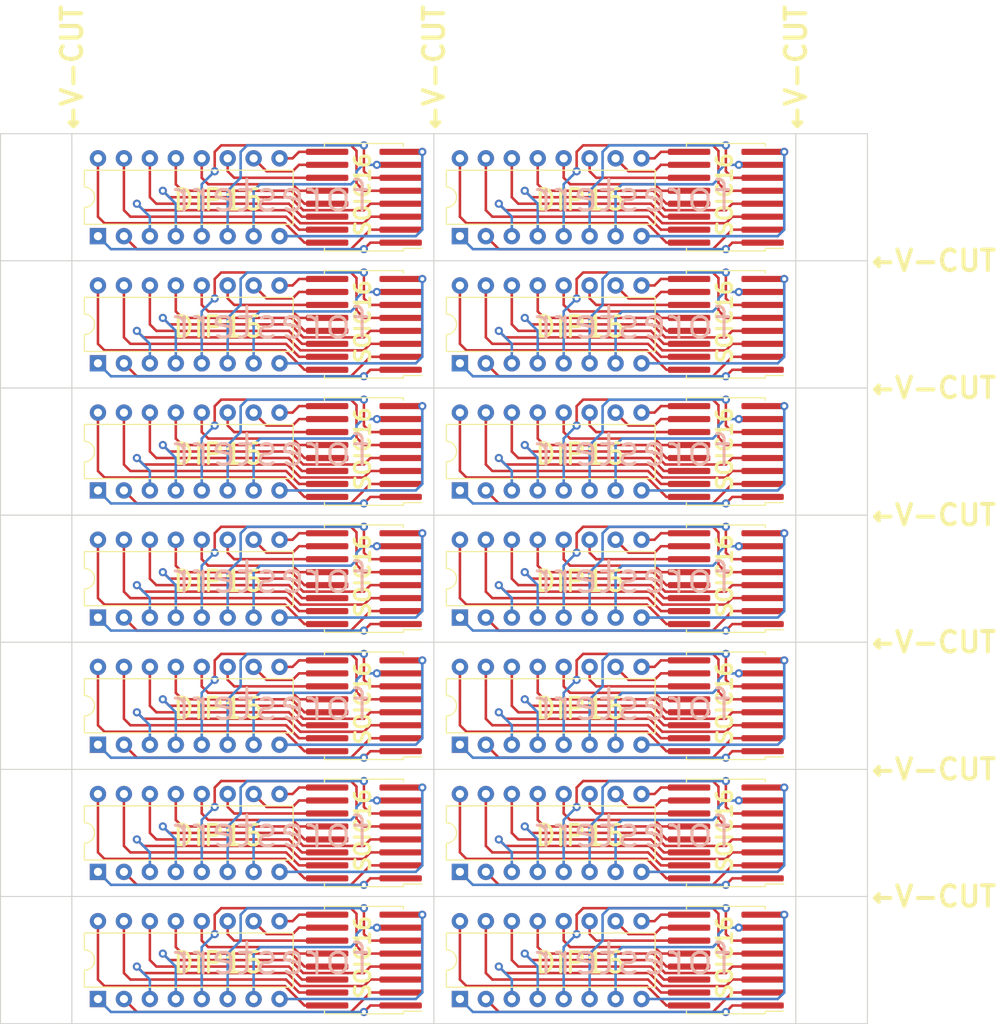
<source format=kicad_pcb>
(kicad_pcb (version 20221018) (generator pcbnew)
  (layers (0 "F.Cu" signal) (31 "B.Cu" signal) (34 "B.Paste" user) (35 "F.Paste" user) (36 "B.SilkS" user "B.Silkscreen") (37 "F.SilkS" user "F.Silkscreen") (38 "B.Mask" user) (39 "F.Mask" user) (44 "Edge.Cuts" user))
  (net 0 "")
  (net 1 "Board_0-Net-(U1-Pad1)")
  (net 2 "Board_0-Net-(U1-Pad10)")
  (net 3 "Board_0-Net-(U1-Pad11)")
  (net 4 "Board_0-Net-(U1-Pad12)")
  (net 5 "Board_0-Net-(U1-Pad13)")
  (net 6 "Board_0-Net-(U1-Pad14)")
  (net 7 "Board_0-Net-(U1-Pad15)")
  (net 8 "Board_0-Net-(U1-Pad16)")
  (net 9 "Board_0-Net-(U1-Pad2)")
  (net 10 "Board_0-Net-(U1-Pad3)")
  (net 11 "Board_0-Net-(U1-Pad4)")
  (net 12 "Board_0-Net-(U1-Pad5)")
  (net 13 "Board_0-Net-(U1-Pad6)")
  (net 14 "Board_0-Net-(U1-Pad7)")
  (net 15 "Board_0-Net-(U1-Pad8)")
  (net 16 "Board_0-Net-(U1-Pad9)")
  (net 17 "Board_1-Net-(U1-Pad1)")
  (net 18 "Board_1-Net-(U1-Pad10)")
  (net 19 "Board_1-Net-(U1-Pad11)")
  (net 20 "Board_1-Net-(U1-Pad12)")
  (net 21 "Board_1-Net-(U1-Pad13)")
  (net 22 "Board_1-Net-(U1-Pad14)")
  (net 23 "Board_1-Net-(U1-Pad15)")
  (net 24 "Board_1-Net-(U1-Pad16)")
  (net 25 "Board_1-Net-(U1-Pad2)")
  (net 26 "Board_1-Net-(U1-Pad3)")
  (net 27 "Board_1-Net-(U1-Pad4)")
  (net 28 "Board_1-Net-(U1-Pad5)")
  (net 29 "Board_1-Net-(U1-Pad6)")
  (net 30 "Board_1-Net-(U1-Pad7)")
  (net 31 "Board_1-Net-(U1-Pad8)")
  (net 32 "Board_1-Net-(U1-Pad9)")
  (net 33 "Board_2-Net-(U1-Pad1)")
  (net 34 "Board_2-Net-(U1-Pad10)")
  (net 35 "Board_2-Net-(U1-Pad11)")
  (net 36 "Board_2-Net-(U1-Pad12)")
  (net 37 "Board_2-Net-(U1-Pad13)")
  (net 38 "Board_2-Net-(U1-Pad14)")
  (net 39 "Board_2-Net-(U1-Pad15)")
  (net 40 "Board_2-Net-(U1-Pad16)")
  (net 41 "Board_2-Net-(U1-Pad2)")
  (net 42 "Board_2-Net-(U1-Pad3)")
  (net 43 "Board_2-Net-(U1-Pad4)")
  (net 44 "Board_2-Net-(U1-Pad5)")
  (net 45 "Board_2-Net-(U1-Pad6)")
  (net 46 "Board_2-Net-(U1-Pad7)")
  (net 47 "Board_2-Net-(U1-Pad8)")
  (net 48 "Board_2-Net-(U1-Pad9)")
  (net 49 "Board_3-Net-(U1-Pad1)")
  (net 50 "Board_3-Net-(U1-Pad10)")
  (net 51 "Board_3-Net-(U1-Pad11)")
  (net 52 "Board_3-Net-(U1-Pad12)")
  (net 53 "Board_3-Net-(U1-Pad13)")
  (net 54 "Board_3-Net-(U1-Pad14)")
  (net 55 "Board_3-Net-(U1-Pad15)")
  (net 56 "Board_3-Net-(U1-Pad16)")
  (net 57 "Board_3-Net-(U1-Pad2)")
  (net 58 "Board_3-Net-(U1-Pad3)")
  (net 59 "Board_3-Net-(U1-Pad4)")
  (net 60 "Board_3-Net-(U1-Pad5)")
  (net 61 "Board_3-Net-(U1-Pad6)")
  (net 62 "Board_3-Net-(U1-Pad7)")
  (net 63 "Board_3-Net-(U1-Pad8)")
  (net 64 "Board_3-Net-(U1-Pad9)")
  (net 65 "Board_4-Net-(U1-Pad1)")
  (net 66 "Board_4-Net-(U1-Pad10)")
  (net 67 "Board_4-Net-(U1-Pad11)")
  (net 68 "Board_4-Net-(U1-Pad12)")
  (net 69 "Board_4-Net-(U1-Pad13)")
  (net 70 "Board_4-Net-(U1-Pad14)")
  (net 71 "Board_4-Net-(U1-Pad15)")
  (net 72 "Board_4-Net-(U1-Pad16)")
  (net 73 "Board_4-Net-(U1-Pad2)")
  (net 74 "Board_4-Net-(U1-Pad3)")
  (net 75 "Board_4-Net-(U1-Pad4)")
  (net 76 "Board_4-Net-(U1-Pad5)")
  (net 77 "Board_4-Net-(U1-Pad6)")
  (net 78 "Board_4-Net-(U1-Pad7)")
  (net 79 "Board_4-Net-(U1-Pad8)")
  (net 80 "Board_4-Net-(U1-Pad9)")
  (net 81 "Board_5-Net-(U1-Pad1)")
  (net 82 "Board_5-Net-(U1-Pad10)")
  (net 83 "Board_5-Net-(U1-Pad11)")
  (net 84 "Board_5-Net-(U1-Pad12)")
  (net 85 "Board_5-Net-(U1-Pad13)")
  (net 86 "Board_5-Net-(U1-Pad14)")
  (net 87 "Board_5-Net-(U1-Pad15)")
  (net 88 "Board_5-Net-(U1-Pad16)")
  (net 89 "Board_5-Net-(U1-Pad2)")
  (net 90 "Board_5-Net-(U1-Pad3)")
  (net 91 "Board_5-Net-(U1-Pad4)")
  (net 92 "Board_5-Net-(U1-Pad5)")
  (net 93 "Board_5-Net-(U1-Pad6)")
  (net 94 "Board_5-Net-(U1-Pad7)")
  (net 95 "Board_5-Net-(U1-Pad8)")
  (net 96 "Board_5-Net-(U1-Pad9)")
  (net 97 "Board_6-Net-(U1-Pad1)")
  (net 98 "Board_6-Net-(U1-Pad10)")
  (net 99 "Board_6-Net-(U1-Pad11)")
  (net 100 "Board_6-Net-(U1-Pad12)")
  (net 101 "Board_6-Net-(U1-Pad13)")
  (net 102 "Board_6-Net-(U1-Pad14)")
  (net 103 "Board_6-Net-(U1-Pad15)")
  (net 104 "Board_6-Net-(U1-Pad16)")
  (net 105 "Board_6-Net-(U1-Pad2)")
  (net 106 "Board_6-Net-(U1-Pad3)")
  (net 107 "Board_6-Net-(U1-Pad4)")
  (net 108 "Board_6-Net-(U1-Pad5)")
  (net 109 "Board_6-Net-(U1-Pad6)")
  (net 110 "Board_6-Net-(U1-Pad7)")
  (net 111 "Board_6-Net-(U1-Pad8)")
  (net 112 "Board_6-Net-(U1-Pad9)")
  (net 113 "Board_7-Net-(U1-Pad1)")
  (net 114 "Board_7-Net-(U1-Pad10)")
  (net 115 "Board_7-Net-(U1-Pad11)")
  (net 116 "Board_7-Net-(U1-Pad12)")
  (net 117 "Board_7-Net-(U1-Pad13)")
  (net 118 "Board_7-Net-(U1-Pad14)")
  (net 119 "Board_7-Net-(U1-Pad15)")
  (net 120 "Board_7-Net-(U1-Pad16)")
  (net 121 "Board_7-Net-(U1-Pad2)")
  (net 122 "Board_7-Net-(U1-Pad3)")
  (net 123 "Board_7-Net-(U1-Pad4)")
  (net 124 "Board_7-Net-(U1-Pad5)")
  (net 125 "Board_7-Net-(U1-Pad6)")
  (net 126 "Board_7-Net-(U1-Pad7)")
  (net 127 "Board_7-Net-(U1-Pad8)")
  (net 128 "Board_7-Net-(U1-Pad9)")
  (net 129 "Board_8-Net-(U1-Pad1)")
  (net 130 "Board_8-Net-(U1-Pad10)")
  (net 131 "Board_8-Net-(U1-Pad11)")
  (net 132 "Board_8-Net-(U1-Pad12)")
  (net 133 "Board_8-Net-(U1-Pad13)")
  (net 134 "Board_8-Net-(U1-Pad14)")
  (net 135 "Board_8-Net-(U1-Pad15)")
  (net 136 "Board_8-Net-(U1-Pad16)")
  (net 137 "Board_8-Net-(U1-Pad2)")
  (net 138 "Board_8-Net-(U1-Pad3)")
  (net 139 "Board_8-Net-(U1-Pad4)")
  (net 140 "Board_8-Net-(U1-Pad5)")
  (net 141 "Board_8-Net-(U1-Pad6)")
  (net 142 "Board_8-Net-(U1-Pad7)")
  (net 143 "Board_8-Net-(U1-Pad8)")
  (net 144 "Board_8-Net-(U1-Pad9)")
  (net 145 "Board_9-Net-(U1-Pad1)")
  (net 146 "Board_9-Net-(U1-Pad10)")
  (net 147 "Board_9-Net-(U1-Pad11)")
  (net 148 "Board_9-Net-(U1-Pad12)")
  (net 149 "Board_9-Net-(U1-Pad13)")
  (net 150 "Board_9-Net-(U1-Pad14)")
  (net 151 "Board_9-Net-(U1-Pad15)")
  (net 152 "Board_9-Net-(U1-Pad16)")
  (net 153 "Board_9-Net-(U1-Pad2)")
  (net 154 "Board_9-Net-(U1-Pad3)")
  (net 155 "Board_9-Net-(U1-Pad4)")
  (net 156 "Board_9-Net-(U1-Pad5)")
  (net 157 "Board_9-Net-(U1-Pad6)")
  (net 158 "Board_9-Net-(U1-Pad7)")
  (net 159 "Board_9-Net-(U1-Pad8)")
  (net 160 "Board_9-Net-(U1-Pad9)")
  (net 161 "Board_10-Net-(U1-Pad1)")
  (net 162 "Board_10-Net-(U1-Pad10)")
  (net 163 "Board_10-Net-(U1-Pad11)")
  (net 164 "Board_10-Net-(U1-Pad12)")
  (net 165 "Board_10-Net-(U1-Pad13)")
  (net 166 "Board_10-Net-(U1-Pad14)")
  (net 167 "Board_10-Net-(U1-Pad15)")
  (net 168 "Board_10-Net-(U1-Pad16)")
  (net 169 "Board_10-Net-(U1-Pad2)")
  (net 170 "Board_10-Net-(U1-Pad3)")
  (net 171 "Board_10-Net-(U1-Pad4)")
  (net 172 "Board_10-Net-(U1-Pad5)")
  (net 173 "Board_10-Net-(U1-Pad6)")
  (net 174 "Board_10-Net-(U1-Pad7)")
  (net 175 "Board_10-Net-(U1-Pad8)")
  (net 176 "Board_10-Net-(U1-Pad9)")
  (net 177 "Board_11-Net-(U1-Pad1)")
  (net 178 "Board_11-Net-(U1-Pad10)")
  (net 179 "Board_11-Net-(U1-Pad11)")
  (net 180 "Board_11-Net-(U1-Pad12)")
  (net 181 "Board_11-Net-(U1-Pad13)")
  (net 182 "Board_11-Net-(U1-Pad14)")
  (net 183 "Board_11-Net-(U1-Pad15)")
  (net 184 "Board_11-Net-(U1-Pad16)")
  (net 185 "Board_11-Net-(U1-Pad2)")
  (net 186 "Board_11-Net-(U1-Pad3)")
  (net 187 "Board_11-Net-(U1-Pad4)")
  (net 188 "Board_11-Net-(U1-Pad5)")
  (net 189 "Board_11-Net-(U1-Pad6)")
  (net 190 "Board_11-Net-(U1-Pad7)")
  (net 191 "Board_11-Net-(U1-Pad8)")
  (net 192 "Board_11-Net-(U1-Pad9)")
  (net 193 "Board_12-Net-(U1-Pad1)")
  (net 194 "Board_12-Net-(U1-Pad10)")
  (net 195 "Board_12-Net-(U1-Pad11)")
  (net 196 "Board_12-Net-(U1-Pad12)")
  (net 197 "Board_12-Net-(U1-Pad13)")
  (net 198 "Board_12-Net-(U1-Pad14)")
  (net 199 "Board_12-Net-(U1-Pad15)")
  (net 200 "Board_12-Net-(U1-Pad16)")
  (net 201 "Board_12-Net-(U1-Pad2)")
  (net 202 "Board_12-Net-(U1-Pad3)")
  (net 203 "Board_12-Net-(U1-Pad4)")
  (net 204 "Board_12-Net-(U1-Pad5)")
  (net 205 "Board_12-Net-(U1-Pad6)")
  (net 206 "Board_12-Net-(U1-Pad7)")
  (net 207 "Board_12-Net-(U1-Pad8)")
  (net 208 "Board_12-Net-(U1-Pad9)")
  (net 209 "Board_13-Net-(U1-Pad1)")
  (net 210 "Board_13-Net-(U1-Pad10)")
  (net 211 "Board_13-Net-(U1-Pad11)")
  (net 212 "Board_13-Net-(U1-Pad12)")
  (net 213 "Board_13-Net-(U1-Pad13)")
  (net 214 "Board_13-Net-(U1-Pad14)")
  (net 215 "Board_13-Net-(U1-Pad15)")
  (net 216 "Board_13-Net-(U1-Pad16)")
  (net 217 "Board_13-Net-(U1-Pad2)")
  (net 218 "Board_13-Net-(U1-Pad3)")
  (net 219 "Board_13-Net-(U1-Pad4)")
  (net 220 "Board_13-Net-(U1-Pad5)")
  (net 221 "Board_13-Net-(U1-Pad6)")
  (net 222 "Board_13-Net-(U1-Pad7)")
  (net 223 "Board_13-Net-(U1-Pad8)")
  (net 224 "Board_13-Net-(U1-Pad9)")
  (footprint "Package_SO:SOIC-16W_7.5x10.3mm_P1.27mm" (layer "F.Cu") (at 177.075 101.661 180)
    (fp_text reference "U2" hide)
    (fp_text value "SOIC-16W_7.5x10.3mm_P1.27mm" hide)
  )
  (footprint "Package_DIP:DIP-16_W7.62mm" (layer "F.Cu") (at 115.607 117.917 90)
    (fp_text reference "U1" hide)
    (fp_text value "DIP-16_W7.62mm" hide)
  )
  (footprint "Package_DIP:DIP-16_W7.62mm" (layer "F.Cu") (at 151.04 68.133 90)
    (fp_text reference "U1" hide)
    (fp_text value "DIP-16_W7.62mm" hide)
  )
  (footprint "Package_DIP:DIP-16_W7.62mm" (layer "F.Cu") (at 115.607 93.025 90)
    (fp_text reference "U1" hide)
    (fp_text value "DIP-16_W7.62mm" hide)
  )
  (footprint "Package_SO:SOIC-16W_7.5x10.3mm_P1.27mm" (layer "F.Cu") (at 141.642 64.323 180)
    (fp_text reference "U2" hide)
    (fp_text value "SOIC-16W_7.5x10.3mm_P1.27mm" hide)
  )
  (footprint "Package_SO:SOIC-16W_7.5x10.3mm_P1.27mm" (layer "F.Cu") (at 141.642 126.553 180)
    (fp_text reference "U2" hide)
    (fp_text value "SOIC-16W_7.5x10.3mm_P1.27mm" hide)
  )
  (footprint "Package_DIP:DIP-16_W7.62mm" (layer "F.Cu") (at 151.04 142.809 90)
    (fp_text reference "U1" hide)
    (fp_text value "DIP-16_W7.62mm" hide)
  )
  (footprint "Package_DIP:DIP-16_W7.62mm" (layer "F.Cu") (at 151.04 80.579 90)
    (fp_text reference "U1" hide)
    (fp_text value "DIP-16_W7.62mm" hide)
  )
  (footprint "Package_SO:SOIC-16W_7.5x10.3mm_P1.27mm" (layer "F.Cu") (at 177.075 76.769 180)
    (fp_text reference "U2" hide)
    (fp_text value "SOIC-16W_7.5x10.3mm_P1.27mm" hide)
  )
  (footprint "Package_DIP:DIP-16_W7.62mm" (layer "F.Cu") (at 151.04 93.025 90)
    (fp_text reference "U1" hide)
    (fp_text value "DIP-16_W7.62mm" hide)
  )
  (footprint "Package_DIP:DIP-16_W7.62mm" (layer "F.Cu") (at 115.607 80.579 90)
    (fp_text reference "U1" hide)
    (fp_text value "DIP-16_W7.62mm" hide)
  )
  (footprint "Package_SO:SOIC-16W_7.5x10.3mm_P1.27mm" (layer "F.Cu") (at 177.075 114.107 180)
    (fp_text reference "U2" hide)
    (fp_text value "SOIC-16W_7.5x10.3mm_P1.27mm" hide)
  )
  (footprint "Package_SO:SOIC-16W_7.5x10.3mm_P1.27mm" (layer "F.Cu") (at 141.642 138.999 180)
    (fp_text reference "U2" hide)
    (fp_text value "SOIC-16W_7.5x10.3mm_P1.27mm" hide)
  )
  (footprint "Package_SO:SOIC-16W_7.5x10.3mm_P1.27mm" (layer "F.Cu") (at 141.642 114.107 180)
    (fp_text reference "U2" hide)
    (fp_text value "SOIC-16W_7.5x10.3mm_P1.27mm" hide)
  )
  (footprint "Package_SO:SOIC-16W_7.5x10.3mm_P1.27mm" (layer "F.Cu") (at 141.642 101.661 180)
    (fp_text reference "U2" hide)
    (fp_text value "SOIC-16W_7.5x10.3mm_P1.27mm" hide)
  )
  (footprint "Package_SO:SOIC-16W_7.5x10.3mm_P1.27mm" (layer "F.Cu") (at 177.075 138.999 180)
    (fp_text reference "U2" hide)
    (fp_text value "SOIC-16W_7.5x10.3mm_P1.27mm" hide)
  )
  (footprint "Package_DIP:DIP-16_W7.62mm" (layer "F.Cu") (at 115.607 130.363 90)
    (fp_text reference "U1" hide)
    (fp_text value "DIP-16_W7.62mm" hide)
  )
  (footprint "Package_DIP:DIP-16_W7.62mm" (layer "F.Cu") (at 115.607 105.471 90)
    (fp_text reference "U1" hide)
    (fp_text value "DIP-16_W7.62mm" hide)
  )
  (footprint "Package_DIP:DIP-16_W7.62mm" (layer "F.Cu") (at 115.607 142.809 90)
    (fp_text reference "U1" hide)
    (fp_text value "DIP-16_W7.62mm" hide)
  )
  (footprint "Package_SO:SOIC-16W_7.5x10.3mm_P1.27mm" (layer "F.Cu") (at 141.642 76.769 180)
    (fp_text reference "U2" hide)
    (fp_text value "SOIC-16W_7.5x10.3mm_P1.27mm" hide)
  )
  (footprint "Package_DIP:DIP-16_W7.62mm" (layer "F.Cu") (at 151.04 105.471 90)
    (fp_text reference "U1" hide)
    (fp_text value "DIP-16_W7.62mm" hide)
  )
  (footprint "Package_SO:SOIC-16W_7.5x10.3mm_P1.27mm" (layer "F.Cu") (at 177.075 64.323 180)
    (fp_text reference "U2" hide)
    (fp_text value "SOIC-16W_7.5x10.3mm_P1.27mm" hide)
  )
  (footprint "Package_DIP:DIP-16_W7.62mm" (layer "F.Cu") (at 151.04 117.917 90)
    (fp_text reference "U1" hide)
    (fp_text value "DIP-16_W7.62mm" hide)
  )
  (footprint "Package_DIP:DIP-16_W7.62mm" (layer "F.Cu") (at 115.607 68.133 90)
    (fp_text reference "U1" hide)
    (fp_text value "DIP-16_W7.62mm" hide)
  )
  (footprint "Package_SO:SOIC-16W_7.5x10.3mm_P1.27mm" (layer "F.Cu") (at 177.075 126.553 180)
    (fp_text reference "U2" hide)
    (fp_text value "SOIC-16W_7.5x10.3mm_P1.27mm" hide)
  )
  (footprint "Package_SO:SOIC-16W_7.5x10.3mm_P1.27mm" (layer "F.Cu") (at 141.642 89.215 180)
    (fp_text reference "U2" hide)
    (fp_text value "SOIC-16W_7.5x10.3mm_P1.27mm" hide)
  )
  (footprint "Package_SO:SOIC-16W_7.5x10.3mm_P1.27mm" (layer "F.Cu") (at 177.075 89.215 180)
    (fp_text reference "U2" hide)
    (fp_text value "SOIC-16W_7.5x10.3mm_P1.27mm" hide)
  )
  (footprint "Package_DIP:DIP-16_W7.62mm" (layer "F.Cu") (at 151.04 130.363 90)
    (fp_text reference "U1" hide)
    (fp_text value "DIP-16_W7.62mm" hide)
  )
  (gr_line (start 113.067 58.1) (end 112.067 58.1) (stroke (width 0.1)) (layer "Edge.Cuts"))
  (gr_line (start 184.933 58.1) (end 183.933 58.1) (stroke (width 0.1)) (layer "Edge.Cuts"))
  (gr_line (start 111.067 58.1) (end 106.067 58.1) (stroke (width 0.1)) (layer "Edge.Cuts"))
  (gr_line (start 106.067 58.1) (end 106.067 145.222) (stroke (width 0.1)) (layer "Edge.Cuts"))
  (gr_line (start 106.067 145.222) (end 111.067 145.222) (stroke (width 0.1)) (layer "Edge.Cuts"))
  (gr_line (start 106.067 95.443) (end 190.933 95.443) (stroke (width 0.1)) (layer "Edge.Cuts"))
  (gr_line (start 148.5 58.1) (end 113.067 58.1) (stroke (width 0.1)) (layer "Edge.Cuts"))
  (gr_line (start 106.067 82.993) (end 190.933 82.993) (stroke (width 0.1)) (layer "Edge.Cuts"))
  (gr_line (start 113.067 145.222) (end 148.5 145.222) (stroke (width 0.1)) (layer "Edge.Cuts"))
  (gr_line (start 106.067 120.333) (end 190.933 120.333) (stroke (width 0.1)) (layer "Edge.Cuts"))
  (gr_line (start 183.922 58.1) (end 183.922 145.222) (stroke (width 0.1)) (layer "Edge.Cuts"))
  (gr_line (start 111.067 145.222) (end 112.067 145.222) (stroke (width 0.1)) (layer "Edge.Cuts"))
  (gr_line (start 185.933 58.1) (end 184.933 58.1) (stroke (width 0.1)) (layer "Edge.Cuts"))
  (gr_line (start 106.067 145.222) (end 106.067 145.222) (stroke (width 0.1)) (layer "Edge.Cuts"))
  (gr_line (start 106.067 132.773) (end 190.933 132.773) (stroke (width 0.1)) (layer "Edge.Cuts"))
  (gr_line (start 112.067 145.222) (end 113.067 145.222) (stroke (width 0.1)) (layer "Edge.Cuts"))
  (gr_line (start 190.933 58.1) (end 185.933 58.1) (stroke (width 0.1)) (layer "Edge.Cuts"))
  (gr_line (start 190.933 145.222) (end 190.933 58.1) (stroke (width 0.1)) (layer "Edge.Cuts"))
  (gr_line (start 183.933 58.1) (end 148.5 58.1) (stroke (width 0.1)) (layer "Edge.Cuts"))
  (gr_line (start 148.492 58.1) (end 148.492 145.222) (stroke (width 0.1)) (layer "Edge.Cuts"))
  (gr_line (start 106.067 107.883) (end 190.933 107.883) (stroke (width 0.1)) (layer "Edge.Cuts"))
  (gr_line (start 183.933 145.222) (end 184.933 145.222) (stroke (width 0.1)) (layer "Edge.Cuts"))
  (gr_line (start 185.933 145.222) (end 190.933 145.222) (stroke (width 0.1)) (layer "Edge.Cuts"))
  (gr_line (start 184.933 145.222) (end 185.933 145.222) (stroke (width 0.1)) (layer "Edge.Cuts"))
  (gr_line (start 112.067 58.1) (end 111.067 58.1) (stroke (width 0.1)) (layer "Edge.Cuts"))
  (gr_line (start 113.052 58.1) (end 113.052 145.222) (stroke (width 0.1)) (layer "Edge.Cuts"))
  (gr_line (start 148.5 145.222) (end 183.933 145.222) (stroke (width 0.1)) (layer "Edge.Cuts"))
  (gr_line (start 106.067 70.543) (end 190.933 70.543) (stroke (width 0.1)) (layer "Edge.Cuts"))
  (gr_text "foresterr" (at 177.8116 128.1786) (layer "B.SilkS") (effects (font (size 3 3) (thickness 0.3)) (justify left bottom mirror)))
  (gr_text "foresterr" (at 142.3786 90.8406) (layer "B.SilkS") (effects (font (size 3 3) (thickness 0.3)) (justify left bottom mirror)))
  (gr_text "foresterr" (at 177.8116 140.6246) (layer "B.SilkS") (effects (font (size 3 3) (thickness 0.3)) (justify left bottom mirror)))
  (gr_text "foresterr" (at 142.3786 140.6246) (layer "B.SilkS") (effects (font (size 3 3) (thickness 0.3)) (justify left bottom mirror)))
  (gr_text "foresterr" (at 142.3786 65.9486) (layer "B.SilkS") (effects (font (size 3 3) (thickness 0.3)) (justify left bottom mirror)))
  (gr_text "foresterr" (at 142.3786 128.1786) (layer "B.SilkS") (effects (font (size 3 3) (thickness 0.3)) (justify left bottom mirror)))
  (gr_text "foresterr" (at 177.8116 78.3946) (layer "B.SilkS") (effects (font (size 3 3) (thickness 0.3)) (justify left bottom mirror)))
  (gr_text "foresterr" (at 177.8116 115.7326) (layer "B.SilkS") (effects (font (size 3 3) (thickness 0.3)) (justify left bottom mirror)))
  (gr_text "foresterr" (at 177.8116 103.2866) (layer "B.SilkS") (effects (font (size 3 3) (thickness 0.3)) (justify left bottom mirror)))
  (gr_text "foresterr" (at 177.8116 65.9486) (layer "B.SilkS") (effects (font (size 3 3) (thickness 0.3)) (justify left bottom mirror)))
  (gr_text "foresterr" (at 142.3786 103.2866) (layer "B.SilkS") (effects (font (size 3 3) (thickness 0.3)) (justify left bottom mirror)))
  (gr_text "foresterr" (at 142.3786 115.7326) (layer "B.SilkS") (effects (font (size 3 3) (thickness 0.3)) (justify left bottom mirror)))
  (gr_text "foresterr" (at 142.3786 78.3946) (layer "B.SilkS") (effects (font (size 3 3) (thickness 0.3)) (justify left bottom mirror)))
  (gr_text "foresterr" (at 177.8116 90.8406) (layer "B.SilkS") (effects (font (size 3 3) (thickness 0.3)) (justify left bottom mirror)))
  (gr_text "←V-CUT" (at 190.933 82.993) (layer "F.SilkS") (effects (font (size 2 2) (thickness 0.4)) (justify left)))
  (gr_text "←V-CUT" (at 183.9335 58.1 90) (layer "F.SilkS") (effects (font (size 2 2) (thickness 0.4)) (justify left)))
  (gr_text "SOIC16" (at 177.837 68.2854 90) (layer "F.SilkS") (effects (font (size 1.5 1.5) (thickness 0.3)) (justify left bottom)))
  (gr_text "SOIC16" (at 177.837 93.1774 90) (layer "F.SilkS") (effects (font (size 1.5 1.5) (thickness 0.3)) (justify left bottom)))
  (gr_text "←V-CUT" (at 190.933 132.773) (layer "F.SilkS") (effects (font (size 2 2) (thickness 0.4)) (justify left)))
  (gr_text "DIP16" (at 122.7952 115.5294) (layer "F.SilkS") (effects (font (size 2 2) (thickness 0.3)) (justify left bottom)))
  (gr_text "DIP16" (at 158.2282 90.6374) (layer "F.SilkS") (effects (font (size 2 2) (thickness 0.3)) (justify left bottom)))
  (gr_text "SOIC16" (at 142.404 105.6234 90) (layer "F.SilkS") (effects (font (size 1.5 1.5) (thickness 0.3)) (justify left bottom)))
  (gr_text "SOIC16" (at 177.837 142.9614 90) (layer "F.SilkS") (effects (font (size 1.5 1.5) (thickness 0.3)) (justify left bottom)))
  (gr_text "DIP16" (at 122.7952 140.4214) (layer "F.SilkS") (effects (font (size 2 2) (thickness 0.3)) (justify left bottom)))
  (gr_text "←V-CUT" (at 148.5035 58.1 90) (layer "F.SilkS") (effects (font (size 2 2) (thickness 0.4)) (justify left)))
  (gr_text "SOIC16" (at 177.837 105.6234 90) (layer "F.SilkS") (effects (font (size 1.5 1.5) (thickness 0.3)) (justify left bottom)))
  (gr_text "DIP16" (at 122.7952 78.1914) (layer "F.SilkS") (effects (font (size 2 2) (thickness 0.3)) (justify left bottom)))
  (gr_text "DIP16" (at 122.7952 127.9754) (layer "F.SilkS") (effects (font (size 2 2) (thickness 0.3)) (justify left bottom)))
  (gr_text "SOIC16" (at 177.837 80.7314 90) (layer "F.SilkS") (effects (font (size 1.5 1.5) (thickness 0.3)) (justify left bottom)))
  (gr_text "DIP16" (at 122.7952 103.0834) (layer "F.SilkS") (effects (font (size 2 2) (thickness 0.3)) (justify left bottom)))
  (gr_text "←V-CUT" (at 113.0635 58.1 90) (layer "F.SilkS") (effects (font (size 2 2) (thickness 0.4)) (justify left)))
  (gr_text "DIP16" (at 158.2282 103.0834) (layer "F.SilkS") (effects (font (size 2 2) (thickness 0.3)) (justify left bottom)))
  (gr_text "←V-CUT" (at 190.933 107.883) (layer "F.SilkS") (effects (font (size 2 2) (thickness 0.4)) (justify left)))
  (gr_text "DIP16" (at 158.2282 78.1914) (layer "F.SilkS") (effects (font (size 2 2) (thickness 0.3)) (justify left bottom)))
  (gr_text "SOIC16" (at 142.404 118.0694 90) (layer "F.SilkS") (effects (font (size 1.5 1.5) (thickness 0.3)) (justify left bottom)))
  (gr_text "←V-CUT" (at 190.933 95.443) (layer "F.SilkS") (effects (font (size 2 2) (thickness 0.4)) (justify left)))
  (gr_text "←V-CUT" (at 190.933 120.333) (layer "F.SilkS") (effects (font (size 2 2) (thickness 0.4)) (justify left)))
  (gr_text "SOIC16" (at 177.837 118.0694 90) (layer "F.SilkS") (effects (font (size 1.5 1.5) (thickness 0.3)) (justify left bottom)))
  (gr_text "DIP16" (at 158.2282 65.7454) (layer "F.SilkS") (effects (font (size 2 2) (thickness 0.3)) (justify left bottom)))
  (gr_text "SOIC16" (at 142.404 142.9614 90) (layer "F.SilkS") (effects (font (size 1.5 1.5) (thickness 0.3)) (justify left bottom)))
  (gr_text "SOIC16" (at 142.404 68.2854 90) (layer "F.SilkS") (effects (font (size 1.5 1.5) (thickness 0.3)) (justify left bottom)))
  (gr_text "DIP16" (at 158.2282 140.4214) (layer "F.SilkS") (effects (font (size 2 2) (thickness 0.3)) (justify left bottom)))
  (gr_text "DIP16" (at 158.2282 127.9754) (layer "F.SilkS") (effects (font (size 2 2) (thickness 0.3)) (justify left bottom)))
  (gr_text "DIP16" (at 122.7952 65.7454) (layer "F.SilkS") (effects (font (size 2 2) (thickness 0.3)) (justify left bottom)))
  (gr_text "SOIC16" (at 177.837 130.5154 90) (layer "F.SilkS") (effects (font (size 1.5 1.5) (thickness 0.3)) (justify left bottom)))
  (gr_text "SOIC16" (at 142.404 130.5154 90) (layer "F.SilkS") (effects (font (size 1.5 1.5) (thickness 0.3)) (justify left bottom)))
  (gr_text "DIP16" (at 158.2282 115.5294) (layer "F.SilkS") (effects (font (size 2 2) (thickness 0.3)) (justify left bottom)))
  (gr_text "←V-CUT" (at 190.933 70.543) (layer "F.SilkS") (effects (font (size 2 2) (thickness 0.4)) (justify left)))
  (gr_text "SOIC16" (at 142.404 93.1774 90) (layer "F.SilkS") (effects (font (size 1.5 1.5) (thickness 0.3)) (justify left bottom)))
  (gr_text "SOIC16" (at 142.404 80.7314 90) (layer "F.SilkS") (effects (font (size 1.5 1.5) (thickness 0.3)) (justify left bottom)))
  (gr_text "DIP16" (at 122.7952 90.6374) (layer "F.SilkS") (effects (font (size 2 2) (thickness 0.3)) (justify left bottom)))
  (segment (start 142.277 68.768) (end 141.642 69.403) (width 0.25) (layer "F.Cu") (net 1))
  (segment (start 145.2415 68.768) (end 142.277 68.768) (width 0.25) (layer "F.Cu") (net 1))
  (via (at 141.642 69.403) (size 0.8) (drill 0.4) (layers "F.Cu" "B.Cu") (net 1))
  (segment (start 141.642 69.403) (end 116.877 69.403) (width 0.25) (layer "B.Cu") (net 1))
  (segment (start 116.877 69.403) (end 115.607 68.133) (width 0.25) (layer "B.Cu") (net 1))
  (segment (start 132.117 61.783) (end 134.657 61.783) (width 0.25) (layer "F.Cu") (net 2))
  (segment (start 134.657 61.783) (end 135.292 61.148) (width 0.25) (layer "F.Cu") (net 2))
  (segment (start 130.847 60.513) (end 132.117 61.783) (width 0.25) (layer "F.Cu") (net 2))
  (segment (start 135.292 61.148) (end 138.0425 61.148) (width 0.25) (layer "F.Cu") (net 2))
  (segment (start 128.307 61.783) (end 128.942 62.418) (width 0.25) (layer "F.Cu") (net 3))
  (segment (start 128.942 62.418) (end 138.0425 62.418) (width 0.25) (layer "F.Cu") (net 3))
  (segment (start 128.307 60.513) (end 128.307 61.783) (width 0.25) (layer "F.Cu") (net 3))
  (segment (start 135.292 63.688) (end 134.657 63.053) (width 0.25) (layer "F.Cu") (net 4))
  (segment (start 125.767 62.418) (end 125.767 60.513) (width 0.25) (layer "F.Cu") (net 4))
  (segment (start 134.657 63.053) (end 126.402 63.053) (width 0.25) (layer "F.Cu") (net 4))
  (segment (start 138.0425 63.688) (end 135.292 63.688) (width 0.25) (layer "F.Cu") (net 4))
  (segment (start 126.402 63.053) (end 125.767 62.418) (width 0.25) (layer "F.Cu") (net 4))
  (segment (start 123.227 63.053) (end 123.227 60.513) (width 0.25) (layer "F.Cu") (net 5))
  (segment (start 138.0425 64.958) (end 135.8254 64.958) (width 0.25) (layer "F.Cu") (net 5))
  (segment (start 135.8254 64.958) (end 134.5554 63.688) (width 0.25) (layer "F.Cu") (net 5))
  (segment (start 134.5554 63.688) (end 123.862 63.688) (width 0.25) (layer "F.Cu") (net 5))
  (segment (start 123.862 63.688) (end 123.227 63.053) (width 0.25) (layer "F.Cu") (net 5))
  (segment (start 134.3014 64.958) (end 121.322 64.958) (width 0.25) (layer "F.Cu") (net 6))
  (segment (start 121.322 64.958) (end 120.687 64.323) (width 0.25) (layer "F.Cu") (net 6))
  (segment (start 135.5714 66.228) (end 134.3014 64.958) (width 0.25) (layer "F.Cu") (net 6))
  (segment (start 120.687 64.323) (end 120.687 60.513) (width 0.25) (layer "F.Cu") (net 6))
  (segment (start 138.0425 66.228) (end 135.5714 66.228) (width 0.25) (layer "F.Cu") (net 6))
  (segment (start 118.782 66.228) (end 118.147 65.593) (width 0.25) (layer "F.Cu") (net 7))
  (segment (start 138.0425 67.498) (end 135.292 67.498) (width 0.25) (layer "F.Cu") (net 7))
  (segment (start 134.022 66.228) (end 118.782 66.228) (width 0.25) (layer "F.Cu") (net 7))
  (segment (start 135.292 67.498) (end 134.022 66.228) (width 0.25) (layer "F.Cu") (net 7))
  (segment (start 118.147 65.593) (end 118.147 60.513) (width 0.25) (layer "F.Cu") (net 7))
  (segment (start 135.8254 68.768) (end 138.0425 68.768) (width 0.25) (layer "F.Cu") (net 8))
  (segment (start 116.242 66.863) (end 133.9204 66.863) (width 0.25) (layer "F.Cu") (net 8))
  (segment (start 115.607 60.513) (end 115.607 66.228) (width 0.25) (layer "F.Cu") (net 8))
  (segment (start 133.9204 66.863) (end 135.8254 68.768) (width 0.25) (layer "F.Cu") (net 8))
  (segment (start 115.607 66.228) (end 116.242 66.863) (width 0.25) (layer "F.Cu") (net 8))
  (segment (start 140.372 69.403) (end 142.277 67.498) (width 0.25) (layer "F.Cu") (net 9))
  (segment (start 145.2415 67.498) (end 142.277 67.498) (width 0.25) (layer "F.Cu") (net 9))
  (segment (start 119.417 69.403) (end 140.372 69.403) (width 0.25) (layer "F.Cu") (net 9))
  (segment (start 118.147 68.133) (end 119.417 69.403) (width 0.25) (layer "F.Cu") (net 9))
  (segment (start 142.277 66.228) (end 145.2415 66.228) (width 0.25) (layer "F.Cu") (net 10))
  (segment (start 119.417 64.958) (end 120.052 65.593) (width 0.25) (layer "F.Cu") (net 10))
  (segment (start 141.642 66.863) (end 142.277 66.228) (width 0.25) (layer "F.Cu") (net 10))
  (segment (start 120.052 65.593) (end 134.149 65.593) (width 0.25) (layer "F.Cu") (net 10))
  (segment (start 135.419 66.863) (end 141.642 66.863) (width 0.25) (layer "F.Cu") (net 10))
  (segment (start 134.149 65.593) (end 135.419 66.863) (width 0.25) (layer "F.Cu") (net 10))
  (via (at 119.417 64.958) (size 0.8) (drill 0.4) (layers "F.Cu" "B.Cu") (net 10))
  (segment (start 120.687 68.133) (end 120.687 66.228) (width 0.25) (layer "B.Cu") (net 10))
  (segment (start 120.687 66.228) (end 119.417 64.958) (width 0.25) (layer "B.Cu") (net 10))
  (segment (start 142.277 64.958) (end 145.2415 64.958) (width 0.25) (layer "F.Cu") (net 11))
  (segment (start 134.4284 64.323) (end 135.6984 65.593) (width 0.25) (layer "F.Cu") (net 11))
  (segment (start 135.6984 65.593) (end 141.642 65.593) (width 0.25) (layer "F.Cu") (net 11))
  (segment (start 121.957 63.688) (end 122.592 64.323) (width 0.25) (layer "F.Cu") (net 11))
  (segment (start 122.592 64.323) (end 134.4284 64.323) (width 0.25) (layer "F.Cu") (net 11))
  (segment (start 141.642 65.593) (end 142.277 64.958) (width 0.25) (layer "F.Cu") (net 11))
  (via (at 121.957 63.688) (size 0.8) (drill 0.4) (layers "F.Cu" "B.Cu") (net 11))
  (segment (start 123.227 64.958) (end 123.227 68.133) (width 0.25) (layer "B.Cu") (net 11))
  (segment (start 121.957 63.688) (end 123.227 64.958) (width 0.25) (layer "B.Cu") (net 11))
  (segment (start 140.916975 62.962975) (end 141.642 63.688) (width 0.25) (layer "F.Cu") (net 12))
  (segment (start 127.672 59.243) (end 140.372 59.243) (width 0.25) (layer "F.Cu") (net 12))
  (segment (start 127.037 59.878) (end 127.672 59.243) (width 0.25) (layer "F.Cu") (net 12))
  (segment (start 127.037 61.783) (end 127.037 59.878) (width 0.25) (layer "F.Cu") (net 12))
  (segment (start 140.916975 59.787975) (end 140.916975 62.962975) (width 0.25) (layer "F.Cu") (net 12))
  (segment (start 140.372 59.243) (end 140.916975 59.787975) (width 0.25) (layer "F.Cu") (net 12))
  (segment (start 141.642 63.688) (end 145.2415 63.688) (width 0.25) (layer "F.Cu") (net 12))
  (via (at 127.037 61.783) (size 0.8) (drill 0.4) (layers "F.Cu" "B.Cu") (net 12))
  (segment (start 125.767 63.053) (end 125.767 68.133) (width 0.25) (layer "B.Cu") (net 12))
  (segment (start 127.037 61.783) (end 125.767 63.053) (width 0.25) (layer "B.Cu") (net 12))
  (segment (start 141.642 61.783) (end 142.277 62.418) (width 0.25) (layer "F.Cu") (net 13))
  (segment (start 142.277 62.418) (end 145.2415 62.418) (width 0.25) (layer "F.Cu") (net 13))
  (segment (start 141.642 59.243) (end 141.642 61.783) (width 0.25) (layer "F.Cu") (net 13))
  (via (at 141.642 59.243) (size 0.8) (drill 0.4) (layers "F.Cu" "B.Cu") (net 13))
  (segment (start 128.307 63.688) (end 128.307 68.133) (width 0.25) (layer "B.Cu") (net 13))
  (segment (start 129.577 62.418) (end 128.307 63.688) (width 0.25) (layer "B.Cu") (net 13))
  (segment (start 129.577 59.878) (end 129.577 62.418) (width 0.25) (layer "B.Cu") (net 13))
  (segment (start 141.642 59.243) (end 130.212 59.243) (width 0.25) (layer "B.Cu") (net 13))
  (segment (start 130.212 59.243) (end 129.577 59.878) (width 0.25) (layer "B.Cu") (net 13))
  (segment (start 145.2415 61.148) (end 142.912 61.148) (width 0.25) (layer "F.Cu") (net 14))
  (via (at 142.912 61.148) (size 0.8) (drill 0.4) (layers "F.Cu" "B.Cu") (net 14))
  (segment (start 131.482 63.053) (end 130.847 63.688) (width 0.25) (layer "B.Cu") (net 14))
  (segment (start 139.737 63.053) (end 131.482 63.053) (width 0.25) (layer "B.Cu") (net 14))
  (segment (start 140.916975 62.418) (end 140.916975 61.783) (width 0.25) (layer "B.Cu") (net 14))
  (segment (start 140.372 63.053) (end 140.916975 62.508025) (width 0.25) (layer "B.Cu") (net 14))
  (segment (start 139.737 63.053) (end 140.372 63.053) (width 0.25) (layer "B.Cu") (net 14))
  (segment (start 140.916975 61.783) (end 141.551975 61.148) (width 0.25) (layer "B.Cu") (net 14))
  (segment (start 141.551975 61.148) (end 142.912 61.148) (width 0.25) (layer "B.Cu") (net 14))
  (segment (start 140.916975 62.508025) (end 140.916975 62.418) (width 0.25) (layer "B.Cu") (net 14))
  (segment (start 130.847 63.688) (end 130.847 68.133) (width 0.25) (layer "B.Cu") (net 14))
  (segment (start 147.357 59.878) (end 145.2415 59.878) (width 0.25) (layer "F.Cu") (net 15))
  (via (at 147.357 59.878) (size 0.8) (drill 0.4) (layers "F.Cu" "B.Cu") (net 15))
  (segment (start 147.357 67.498) (end 146.722 68.133) (width 0.25) (layer "B.Cu") (net 15))
  (segment (start 146.722 68.133) (end 133.387 68.133) (width 0.25) (layer "B.Cu") (net 15))
  (segment (start 147.357 59.878) (end 147.357 67.498) (width 0.25) (layer "B.Cu") (net 15))
  (segment (start 134.657 60.513) (end 135.292 59.878) (width 0.25) (layer "F.Cu") (net 16))
  (segment (start 135.292 59.878) (end 138.0425 59.878) (width 0.25) (layer "F.Cu") (net 16))
  (segment (start 133.387 60.513) (end 134.657 60.513) (width 0.25) (layer "F.Cu") (net 16))
  (segment (start 177.71 68.768) (end 177.075 69.403) (width 0.25) (layer "F.Cu") (net 17))
  (segment (start 180.6745 68.768) (end 177.71 68.768) (width 0.25) (layer "F.Cu") (net 17))
  (via (at 177.075 69.403) (size 0.8) (drill 0.4) (layers "F.Cu" "B.Cu") (net 17))
  (segment (start 152.31 69.403) (end 151.04 68.133) (width 0.25) (layer "B.Cu") (net 17))
  (segment (start 177.075 69.403) (end 152.31 69.403) (width 0.25) (layer "B.Cu") (net 17))
  (segment (start 170.725 61.148) (end 173.4755 61.148) (width 0.25) (layer "F.Cu") (net 18))
  (segment (start 167.55 61.783) (end 170.09 61.783) (width 0.25) (layer "F.Cu") (net 18))
  (segment (start 166.28 60.513) (end 167.55 61.783) (width 0.25) (layer "F.Cu") (net 18))
  (segment (start 170.09 61.783) (end 170.725 61.148) (width 0.25) (layer "F.Cu") (net 18))
  (segment (start 163.74 60.513) (end 163.74 61.783) (width 0.25) (layer "F.Cu") (net 19))
  (segment (start 164.375 62.418) (end 173.4755 62.418) (width 0.25) (layer "F.Cu") (net 19))
  (segment (start 163.74 61.783) (end 164.375 62.418) (width 0.25) (layer "F.Cu") (net 19))
  (segment (start 161.835 63.053) (end 161.2 62.418) (width 0.25) (layer "F.Cu") (net 20))
  (segment (start 170.725 63.688) (end 170.09 63.053) (width 0.25) (layer "F.Cu") (net 20))
  (segment (start 173.4755 63.688) (end 170.725 63.688) (width 0.25) (layer "F.Cu") (net 20))
  (segment (start 170.09 63.053) (end 161.835 63.053) (width 0.25) (layer "F.Cu") (net 20))
  (segment (start 161.2 62.418) (end 161.2 60.513) (width 0.25) (layer "F.Cu") (net 20))
  (segment (start 158.66 63.053) (end 158.66 60.513) (width 0.25) (layer "F.Cu") (net 21))
  (segment (start 159.295 63.688) (end 158.66 63.053) (width 0.25) (layer "F.Cu") (net 21))
  (segment (start 171.2584 64.958) (end 169.9884 63.688) (width 0.25) (layer "F.Cu") (net 21))
  (segment (start 173.4755 64.958) (end 171.2584 64.958) (width 0.25) (layer "F.Cu") (net 21))
  (segment (start 169.9884 63.688) (end 159.295 63.688) (width 0.25) (layer "F.Cu") (net 21))
  (segment (start 156.12 64.323) (end 156.12 60.513) (width 0.25) (layer "F.Cu") (net 22))
  (segment (start 169.7344 64.958) (end 156.755 64.958) (width 0.25) (layer "F.Cu") (net 22))
  (segment (start 173.4755 66.228) (end 171.0044 66.228) (width 0.25) (layer "F.Cu") (net 22))
  (segment (start 171.0044 66.228) (end 169.7344 64.958) (width 0.25) (layer "F.Cu") (net 22))
  (segment (start 156.755 64.958) (end 156.12 64.323) (width 0.25) (layer "F.Cu") (net 22))
  (segment (start 169.455 66.228) (end 154.215 66.228) (width 0.25) (layer "F.Cu") (net 23))
  (segment (start 173.4755 67.498) (end 170.725 67.498) (width 0.25) (layer "F.Cu") (net 23))
  (segment (start 153.58 65.593) (end 153.58 60.513) (width 0.25) (layer "F.Cu") (net 23))
  (segment (start 154.215 66.228) (end 153.58 65.593) (width 0.25) (layer "F.Cu") (net 23))
  (segment (start 170.725 67.498) (end 169.455 66.228) (width 0.25) (layer "F.Cu") (net 23))
  (segment (start 151.04 66.228) (end 151.675 66.863) (width 0.25) (layer "F.Cu") (net 24))
  (segment (start 151.04 60.513) (end 151.04 66.228) (width 0.25) (layer "F.Cu") (net 24))
  (segment (start 151.675 66.863) (end 169.3534 66.863) (width 0.25) (layer "F.Cu") (net 24))
  (segment (start 171.2584 68.768) (end 173.4755 68.768) (width 0.25) (layer "F.Cu") (net 24))
  (segment (start 169.3534 66.863) (end 171.2584 68.768) (width 0.25) (layer "F.Cu") (net 24))
  (segment (start 175.805 69.403) (end 177.71 67.498) (width 0.25) (layer "F.Cu") (net 25))
  (segment (start 154.85 69.403) (end 175.805 69.403) (width 0.25) (layer "F.Cu") (net 25))
  (segment (start 180.6745 67.498) (end 177.71 67.498) (width 0.25) (layer "F.Cu") (net 25))
  (segment (start 153.58 68.133) (end 154.85 69.403) (width 0.25) (layer "F.Cu") (net 25))
  (segment (start 169.582 65.593) (end 170.852 66.863) (width 0.25) (layer "F.Cu") (net 26))
  (segment (start 177.075 66.863) (end 177.71 66.228) (width 0.25) (layer "F.Cu") (net 26))
  (segment (start 170.852 66.863) (end 177.075 66.863) (width 0.25) (layer "F.Cu") (net 26))
  (segment (start 155.485 65.593) (end 169.582 65.593) (width 0.25) (layer "F.Cu") (net 26))
  (segment (start 154.85 64.958) (end 155.485 65.593) (width 0.25) (layer "F.Cu") (net 26))
  (segment (start 177.71 66.228) (end 180.6745 66.228) (width 0.25) (layer "F.Cu") (net 26))
  (via (at 154.85 64.958) (size 0.8) (drill 0.4) (layers "F.Cu" "B.Cu") (net 26))
  (segment (start 156.12 66.228) (end 154.85 64.958) (width 0.25) (layer "B.Cu") (net 26))
  (segment (start 156.12 68.133) (end 156.12 66.228) (width 0.25) (layer "B.Cu") (net 26))
  (segment (start 171.1314 65.593) (end 177.075 65.593) (width 0.25) (layer "F.Cu") (net 27))
  (segment (start 177.71 64.958) (end 180.6745 64.958) (width 0.25) (layer "F.Cu") (net 27))
  (segment (start 157.39 63.688) (end 158.025 64.323) (width 0.25) (layer "F.Cu") (net 27))
  (segment (start 169.8614 64.323) (end 171.1314 65.593) (width 0.25) (layer "F.Cu") (net 27))
  (segment (start 177.075 65.593) (end 177.71 64.958) (width 0.25) (layer "F.Cu") (net 27))
  (segment (start 158.025 64.323) (end 169.8614 64.323) (width 0.25) (layer "F.Cu") (net 27))
  (via (at 157.39 63.688) (size 0.8) (drill 0.4) (layers "F.Cu" "B.Cu") (net 27))
  (segment (start 157.39 63.688) (end 158.66 64.958) (width 0.25) (layer "B.Cu") (net 27))
  (segment (start 158.66 64.958) (end 158.66 68.133) (width 0.25) (layer "B.Cu") (net 27))
  (segment (start 175.805 59.243) (end 176.349975 59.787975) (width 0.25) (layer "F.Cu") (net 28))
  (segment (start 177.075 63.688) (end 180.6745 63.688) (width 0.25) (layer "F.Cu") (net 28))
  (segment (start 176.349975 62.962975) (end 177.075 63.688) (width 0.25) (layer "F.Cu") (net 28))
  (segment (start 162.47 59.878) (end 163.105 59.243) (width 0.25) (layer "F.Cu") (net 28))
  (segment (start 162.47 61.783) (end 162.47 59.878) (width 0.25) (layer "F.Cu") (net 28))
  (segment (start 176.349975 59.787975) (end 176.349975 62.962975) (width 0.25) (layer "F.Cu") (net 28))
  (segment (start 163.105 59.243) (end 175.805 59.243) (width 0.25) (layer "F.Cu") (net 28))
  (via (at 162.47 61.783) (size 0.8) (drill 0.4) (layers "F.Cu" "B.Cu") (net 28))
  (segment (start 161.2 63.053) (end 161.2 68.133) (width 0.25) (layer "B.Cu") (net 28))
  (segment (start 162.47 61.783) (end 161.2 63.053) (width 0.25) (layer "B.Cu") (net 28))
  (segment (start 177.075 59.243) (end 177.075 61.783) (width 0.25) (layer "F.Cu") (net 29))
  (segment (start 177.71 62.418) (end 180.6745 62.418) (width 0.25) (layer "F.Cu") (net 29))
  (segment (start 177.075 61.783) (end 177.71 62.418) (width 0.25) (layer "F.Cu") (net 29))
  (via (at 177.075 59.243) (size 0.8) (drill 0.4) (layers "F.Cu" "B.Cu") (net 29))
  (segment (start 165.01 62.418) (end 163.74 63.688) (width 0.25) (layer "B.Cu") (net 29))
  (segment (start 177.075 59.243) (end 165.645 59.243) (width 0.25) (layer "B.Cu") (net 29))
  (segment (start 163.74 63.688) (end 163.74 68.133) (width 0.25) (layer "B.Cu") (net 29))
  (segment (start 165.01 59.878) (end 165.01 62.418) (width 0.25) (layer "B.Cu") (net 29))
  (segment (start 165.645 59.243) (end 165.01 59.878) (width 0.25) (layer "B.Cu") (net 29))
  (segment (start 180.6745 61.148) (end 178.345 61.148) (width 0.25) (layer "F.Cu") (net 30))
  (via (at 178.345 61.148) (size 0.8) (drill 0.4) (layers "F.Cu" "B.Cu") (net 30))
  (segment (start 166.915 63.053) (end 166.28 63.688) (width 0.25) (layer "B.Cu") (net 30))
  (segment (start 166.28 63.688) (end 166.28 68.133) (width 0.25) (layer "B.Cu") (net 30))
  (segment (start 175.805 63.053) (end 176.349975 62.508025) (width 0.25) (layer "B.Cu") (net 30))
  (segment (start 175.17 63.053) (end 166.915 63.053) (width 0.25) (layer "B.Cu") (net 30))
  (segment (start 176.349975 62.418) (end 176.349975 61.783) (width 0.25) (layer "B.Cu") (net 30))
  (segment (start 176.349975 62.508025) (end 176.349975 62.418) (width 0.25) (layer "B.Cu") (net 30))
  (segment (start 176.349975 61.783) (end 176.984975 61.148) (width 0.25) (layer "B.Cu") (net 30))
  (segment (start 175.17 63.053) (end 175.805 63.053) (width 0.25) (layer "B.Cu") (net 30))
  (segment (start 176.984975 61.148) (end 178.345 61.148) (width 0.25) (layer "B.Cu") (net 30))
  (segment (start 182.79 59.878) (end 180.6745 59.878) (width 0.25) (layer "F.Cu") (net 31))
  (via (at 182.79 59.878) (size 0.8) (drill 0.4) (layers "F.Cu" "B.Cu") (net 31))
  (segment (start 182.79 59.878) (end 182.79 67.498) (width 0.25) (layer "B.Cu") (net 31))
  (segment (start 182.79 67.498) (end 182.155 68.133) (width 0.25) (layer "B.Cu") (net 31))
  (segment (start 182.155 68.133) (end 168.82 68.133) (width 0.25) (layer "B.Cu") (net 31))
  (segment (start 170.725 59.878) (end 173.4755 59.878) (width 0.25) (layer "F.Cu") (net 32))
  (segment (start 168.82 60.513) (end 170.09 60.513) (width 0.25) (layer "F.Cu") (net 32))
  (segment (start 170.09 60.513) (end 170.725 59.878) (width 0.25) (layer "F.Cu") (net 32))
  (segment (start 145.2415 81.214) (end 142.277 81.214) (width 0.25) (layer "F.Cu") (net 33))
  (segment (start 142.277 81.214) (end 141.642 81.849) (width 0.25) (layer "F.Cu") (net 33))
  (via (at 141.642 81.849) (size 0.8) (drill 0.4) (layers "F.Cu" "B.Cu") (net 33))
  (segment (start 141.642 81.849) (end 116.877 81.849) (width 0.25) (layer "B.Cu") (net 33))
  (segment (start 116.877 81.849) (end 115.607 80.579) (width 0.25) (layer "B.Cu") (net 33))
  (segment (start 132.117 74.229) (end 134.657 74.229) (width 0.25) (layer "F.Cu") (net 34))
  (segment (start 130.847 72.959) (end 132.117 74.229) (width 0.25) (layer "F.Cu") (net 34))
  (segment (start 135.292 73.594) (end 138.0425 73.594) (width 0.25) (layer "F.Cu") (net 34))
  (segment (start 134.657 74.229) (end 135.292 73.594) (width 0.25) (layer "F.Cu") (net 34))
  (segment (start 128.307 74.229) (end 128.942 74.864) (width 0.25) (layer "F.Cu") (net 35))
  (segment (start 128.942 74.864) (end 138.0425 74.864) (width 0.25) (layer "F.Cu") (net 35))
  (segment (start 128.307 72.959) (end 128.307 74.229) (width 0.25) (layer "F.Cu") (net 35))
  (segment (start 135.292 76.134) (end 134.657 75.499) (width 0.25) (layer "F.Cu") (net 36))
  (segment (start 134.657 75.499) (end 126.402 75.499) (width 0.25) (layer "F.Cu") (net 36))
  (segment (start 138.0425 76.134) (end 135.292 76.134) (width 0.25) (layer "F.Cu") (net 36))
  (segment (start 125.767 74.864) (end 125.767 72.959) (width 0.25) (layer "F.Cu") (net 36))
  (segment (start 126.402 75.499) (end 125.767 74.864) (width 0.25) (layer "F.Cu") (net 36))
  (segment (start 134.5554 76.134) (end 123.862 76.134) (width 0.25) (layer "F.Cu") (net 37))
  (segment (start 123.227 75.499) (end 123.227 72.959) (width 0.25) (layer "F.Cu") (net 37))
  (segment (start 135.8254 77.404) (end 134.5554 76.134) (width 0.25) (layer "F.Cu") (net 37))
  (segment (start 123.862 76.134) (end 123.227 75.499) (width 0.25) (layer "F.Cu") (net 37))
  (segment (start 138.0425 77.404) (end 135.8254 77.404) (width 0.25) (layer "F.Cu") (net 37))
  (segment (start 138.0425 78.674) (end 135.5714 78.674) (width 0.25) (layer "F.Cu") (net 38))
  (segment (start 135.5714 78.674) (end 134.3014 77.404) (width 0.25) (layer "F.Cu") (net 38))
  (segment (start 121.322 77.404) (end 120.687 76.769) (width 0.25) (layer "F.Cu") (net 38))
  (segment (start 134.3014 77.404) (end 121.322 77.404) (width 0.25) (layer "F.Cu") (net 38))
  (segment (start 120.687 76.769) (end 120.687 72.959) (width 0.25) (layer "F.Cu") (net 38))
  (segment (start 138.0425 79.944) (end 135.292 79.944) (width 0.25) (layer "F.Cu") (net 39))
  (segment (start 118.782 78.674) (end 118.147 78.039) (width 0.25) (layer "F.Cu") (net 39))
  (segment (start 134.022 78.674) (end 118.782 78.674) (width 0.25) (layer "F.Cu") (net 39))
  (segment (start 135.292 79.944) (end 134.022 78.674) (width 0.25) (layer "F.Cu") (net 39))
  (segment (start 118.147 78.039) (end 118.147 72.959) (width 0.25) (layer "F.Cu") (net 39))
  (segment (start 135.8254 81.214) (end 138.0425 81.214) (width 0.25) (layer "F.Cu") (net 40))
  (segment (start 115.607 78.674) (end 116.242 79.309) (width 0.25) (layer "F.Cu") (net 40))
  (segment (start 116.242 79.309) (end 133.9204 79.309) (width 0.25) (layer "F.Cu") (net 40))
  (segment (start 133.9204 79.309) (end 135.8254 81.214) (width 0.25) (layer "F.Cu") (net 40))
  (segment (start 115.607 72.959) (end 115.607 78.674) (width 0.25) (layer "F.Cu") (net 40))
  (segment (start 145.2415 79.944) (end 142.277 79.944) (width 0.25) (layer "F.Cu") (net 41))
  (segment (start 118.147 80.579) (end 119.417 81.849) (width 0.25) (layer "F.Cu") (net 41))
  (segment (start 140.372 81.849) (end 142.277 79.944) (width 0.25) (layer "F.Cu") (net 41))
  (segment (start 119.417 81.849) (end 140.372 81.849) (width 0.25) (layer "F.Cu") (net 41))
  (segment (start 134.149 78.039) (end 135.419 79.309) (width 0.25) (layer "F.Cu") (net 42))
  (segment (start 142.277 78.674) (end 145.2415 78.674) (width 0.25) (layer "F.Cu") (net 42))
  (segment (start 135.419 79.309) (end 141.642 79.309) (width 0.25) (layer "F.Cu") (net 42))
  (segment (start 119.417 77.404) (end 120.052 78.039) (width 0.25) (layer "F.Cu") (net 42))
  (segment (start 120.052 78.039) (end 134.149 78.039) (width 0.25) (layer "F.Cu") (net 42))
  (segment (start 141.642 79.309) (end 142.277 78.674) (width 0.25) (layer "F.Cu") (net 42))
  (via (at 119.417 77.404) (size 0.8) (drill 0.4) (layers "F.Cu" "B.Cu") (net 42))
  (segment (start 120.687 78.674) (end 119.417 77.404) (width 0.25) (layer "B.Cu") (net 42))
  (segment (start 120.687 80.579) (end 120.687 78.674) (width 0.25) (layer "B.Cu") (net 42))
  (segment (start 141.642 78.039) (end 142.277 77.404) (width 0.25) (layer "F.Cu") (net 43))
  (segment (start 134.4284 76.769) (end 135.6984 78.039) (width 0.25) (layer "F.Cu") (net 43))
  (segment (start 142.277 77.404) (end 145.2415 77.404) (width 0.25) (layer "F.Cu") (net 43))
  (segment (start 122.592 76.769) (end 134.4284 76.769) (width 0.25) (layer "F.Cu") (net 43))
  (segment (start 121.957 76.134) (end 122.592 76.769) (width 0.25) (layer "F.Cu") (net 43))
  (segment (start 135.6984 78.039) (end 141.642 78.039) (width 0.25) (layer "F.Cu") (net 43))
  (via (at 121.957 76.134) (size 0.8) (drill 0.4) (layers "F.Cu" "B.Cu") (net 43))
  (segment (start 123.227 77.404) (end 123.227 80.579) (width 0.25) (layer "B.Cu") (net 43))
  (segment (start 121.957 76.134) (end 123.227 77.404) (width 0.25) (layer "B.Cu") (net 43))
  (segment (start 140.916975 75.408975) (end 141.642 76.134) (width 0.25) (layer "F.Cu") (net 44))
  (segment (start 127.037 74.229) (end 127.037 72.324) (width 0.25) (layer "F.Cu") (net 44))
  (segment (start 140.372 71.689) (end 140.916975 72.233975) (width 0.25) (layer "F.Cu") (net 44))
  (segment (start 140.916975 72.233975) (end 140.916975 75.408975) (width 0.25) (layer "F.Cu") (net 44))
  (segment (start 127.037 72.324) (end 127.672 71.689) (width 0.25) (layer "F.Cu") (net 44))
  (segment (start 127.672 71.689) (end 140.372 71.689) (width 0.25) (layer "F.Cu") (net 44))
  (segment (start 141.642 76.134) (end 145.2415 76.134) (width 0.25) (layer "F.Cu") (net 44))
  (via (at 127.037 74.229) (size 0.8) (drill 0.4) (layers "F.Cu" "B.Cu") (net 44))
  (segment (start 127.037 74.229) (end 125.767 75.499) (width 0.25) (layer "B.Cu") (net 44))
  (segment (start 125.767 75.499) (end 125.767 80.579) (width 0.25) (layer "B.Cu") (net 44))
  (segment (start 142.277 74.864) (end 145.2415 74.864) (width 0.25) (layer "F.Cu") (net 45))
  (segment (start 141.642 71.689) (end 141.642 74.229) (width 0.25) (layer "F.Cu") (net 45))
  (segment (start 141.642 74.229) (end 142.277 74.864) (width 0.25) (layer "F.Cu") (net 45))
  (via (at 141.642 71.689) (size 0.8) (drill 0.4) (layers "F.Cu" "B.Cu") (net 45))
  (segment (start 130.212 71.689) (end 129.577 72.324) (width 0.25) (layer "B.Cu") (net 45))
  (segment (start 141.642 71.689) (end 130.212 71.689) (width 0.25) (layer "B.Cu") (net 45))
  (segment (start 129.577 74.864) (end 128.307 76.134) (width 0.25) (layer "B.Cu") (net 45))
  (segment (start 129.577 72.324) (end 129.577 74.864) (width 0.25) (layer "B.Cu") (net 45))
  (segment (start 128.307 76.134) (end 128.307 80.579) (width 0.25) (layer "B.Cu") (net 45))
  (segment (start 145.2415 73.594) (end 142.912 73.594) (width 0.25) (layer "F.Cu") (net 46))
  (via (at 142.912 73.594) (size 0.8) (drill 0.4) (layers "F.Cu" "B.Cu") (net 46))
  (segment (start 140.916975 74.864) (end 140.916975 74.229) (width 0.25) (layer "B.Cu") (net 46))
  (segment (start 140.372 75.499) (end 140.916975 74.954025) (width 0.25) (layer "B.Cu") (net 46))
  (segment (start 141.551975 73.594) (end 142.912 73.594) (width 0.25) (layer "B.Cu") (net 46))
  (segment (start 130.847 76.134) (end 130.847 80.579) (width 0.25) (layer "B.Cu") (net 46))
  (segment (start 139.737 75.499) (end 131.482 75.499) (width 0.25) (layer "B.Cu") (net 46))
  (segment (start 131.482 75.499) (end 130.847 76.134) (width 0.25) (layer "B.Cu") (net 46))
  (segment (start 140.916975 74.229) (end 141.551975 73.594) (width 0.25) (layer "B.Cu") (net 46))
  (segment (start 139.737 75.499) (end 140.372 75.499) (width 0.25) (layer "B.Cu") (net 46))
  (segment (start 140.916975 74.954025) (end 140.916975 74.864) (width 0.25) (layer "B.Cu") (net 46))
  (segment (start 147.357 72.324) (end 145.2415 72.324) (width 0.25) (layer "F.Cu") (net 47))
  (via (at 147.357 72.324) (size 0.8) (drill 0.4) (layers "F.Cu" "B.Cu") (net 47))
  (segment (start 147.357 72.324) (end 147.357 79.944) (width 0.25) (layer "B.Cu") (net 47))
  (segment (start 146.722 80.579) (end 133.387 80.579) (width 0.25) (layer "B.Cu") (net 47))
  (segment (start 147.357 79.944) (end 146.722 80.579) (width 0.25) (layer "B.Cu") (net 47))
  (segment (start 133.387 72.959) (end 134.657 72.959) (width 0.25) (layer "F.Cu") (net 48))
  (segment (start 135.292 72.324) (end 138.0425 72.324) (width 0.25) (layer "F.Cu") (net 48))
  (segment (start 134.657 72.959) (end 135.292 72.324) (width 0.25) (layer "F.Cu") (net 48))
  (segment (start 180.6745 81.214) (end 177.71 81.214) (width 0.25) (layer "F.Cu") (net 49))
  (segment (start 177.71 81.214) (end 177.075 81.849) (width 0.25) (layer "F.Cu") (net 49))
  (via (at 177.075 81.849) (size 0.8) (drill 0.4) (layers "F.Cu" "B.Cu") (net 49))
  (segment (start 177.075 81.849) (end 152.31 81.849) (width 0.25) (layer "B.Cu") (net 49))
  (segment (start 152.31 81.849) (end 151.04 80.579) (width 0.25) (layer "B.Cu") (net 49))
  (segment (start 170.09 74.229) (end 170.725 73.594) (width 0.25) (layer "F.Cu") (net 50))
  (segment (start 167.55 74.229) (end 170.09 74.229) (width 0.25) (layer "F.Cu") (net 50))
  (segment (start 170.725 73.594) (end 173.4755 73.594) (width 0.25) (layer "F.Cu") (net 50))
  (segment (start 166.28 72.959) (end 167.55 74.229) (width 0.25) (layer "F.Cu") (net 50))
  (segment (start 164.375 74.864) (end 173.4755 74.864) (width 0.25) (layer "F.Cu") (net 51))
  (segment (start 163.74 72.959) (end 163.74 74.229) (width 0.25) (layer "F.Cu") (net 51))
  (segment (start 163.74 74.229) (end 164.375 74.864) (width 0.25) (layer "F.Cu") (net 51))
  (segment (start 170.09 75.499) (end 161.835 75.499) (width 0.25) (layer "F.Cu") (net 52))
  (segment (start 173.4755 76.134) (end 170.725 76.134) (width 0.25) (layer "F.Cu") (net 52))
  (segment (start 170.725 76.134) (end 170.09 75.499) (width 0.25) (layer "F.Cu") (net 52))
  (segment (start 161.2 74.864) (end 161.2 72.959) (width 0.25) (layer "F.Cu") (net 52))
  (segment (start 161.835 75.499) (end 161.2 74.864) (width 0.25) (layer "F.Cu") (net 52))
  (segment (start 158.66 75.499) (end 158.66 72.959) (width 0.25) (layer "F.Cu") (net 53))
  (segment (start 173.4755 77.404) (end 171.2584 77.404) (width 0.25) (layer "F.Cu") (net 53))
  (segment (start 159.295 76.134) (end 158.66 75.499) (width 0.25) (layer "F.Cu") (net 53))
  (segment (start 169.9884 76.134) (end 159.295 76.134) (width 0.25) (layer "F.Cu") (net 53))
  (segment (start 171.2584 77.404) (end 169.9884 76.134) (width 0.25) (layer "F.Cu") (net 53))
  (segment (start 169.7344 77.404) (end 156.755 77.404) (width 0.25) (layer "F.Cu") (net 54))
  (segment (start 156.12 76.769) (end 156.12 72.959) (width 0.25) (layer "F.Cu") (net 54))
  (segment (start 171.0044 78.674) (end 169.7344 77.404) (width 0.25) (layer "F.Cu") (net 54))
  (segment (start 156.755 77.404) (end 156.12 76.769) (width 0.25) (layer "F.Cu") (net 54))
  (segment (start 173.4755 78.674) (end 171.0044 78.674) (width 0.25) (layer "F.Cu") (net 54))
  (segment (start 154.215 78.674) (end 153.58 78.039) (width 0.25) (layer "F.Cu") (net 55))
  (segment (start 169.455 78.674) (end 154.215 78.674) (width 0.25) (layer "F.Cu") (net 55))
  (segment (start 153.58 78.039) (end 153.58 72.959) (width 0.25) (layer "F.Cu") (net 55))
  (segment (start 173.4755 79.944) (end 170.725 79.944) (width 0.25) (layer "F.Cu") (net 55))
  (segment (start 170.725 79.944) (end 169.455 78.674) (width 0.25) (layer "F.Cu") (net 55))
  (segment (start 151.04 72.959) (end 151.04 78.674) (width 0.25) (layer "F.Cu") (net 56))
  (segment (start 151.04 78.674) (end 151.675 79.309) (width 0.25) (layer "F.Cu") (net 56))
  (segment (start 169.3534 79.309) (end 171.2584 81.214) (width 0.25) (layer "F.Cu") (net 56))
  (segment (start 151.675 79.309) (end 169.3534 79.309) (width 0.25) (layer "F.Cu") (net 56))
  (segment (start 171.2584 81.214) (end 173.4755 81.214) (width 0.25) (layer "F.Cu") (net 56))
  (segment (start 175.805 81.849) (end 177.71 79.944) (width 0.25) (layer "F.Cu") (net 57))
  (segment (start 154.85 81.849) (end 175.805 81.849) (width 0.25) (layer "F.Cu") (net 57))
  (segment (start 153.58 80.579) (end 154.85 81.849) (width 0.25) (layer "F.Cu") (net 57))
  (segment (start 180.6745 79.944) (end 177.71 79.944) (width 0.25) (layer "F.Cu") (net 57))
  (segment (start 170.852 79.309) (end 177.075 79.309) (width 0.25) (layer "F.Cu") (net 58))
  (segment (start 177.075 79.309) (end 177.71 78.674) (width 0.25) (layer "F.Cu") (net 58))
  (segment (start 177.71 78.674) (end 180.6745 78.674) (width 0.25) (layer "F.Cu") (net 58))
  (segment (start 169.582 78.039) (end 170.852 79.309) (width 0.25) (layer "F.Cu") (net 58))
  (segment (start 154.85 77.404) (end 155.485 78.039) (width 0.25) (layer "F.Cu") (net 58))
  (segment (start 155.485 78.039) (end 169.582 78.039) (width 0.25) (layer "F.Cu") (net 58))
  (via (at 154.85 77.404) (size 0.8) (drill 0.4) (layers "F.Cu" "B.Cu") (net 58))
  (segment (start 156.12 78.674) (end 154.85 77.404) (width 0.25) (layer "B.Cu") (net 58))
  (segment (start 156.12 80.579) (end 156.12 78.674) (width 0.25) (layer "B.Cu") (net 58))
  (segment (start 177.71 77.404) (end 180.6745 77.404) (width 0.25) (layer "F.Cu") (net 59))
  (segment (start 169.8614 76.769) (end 171.1314 78.039) (width 0.25) (layer "F.Cu") (net 59))
  (segment (start 157.39 76.134) (end 158.025 76.769) (width 0.25) (layer "F.Cu") (net 59))
  (segment (start 171.1314 78.039) (end 177.075 78.039) (width 0.25) (layer "F.Cu") (net 59))
  (segment (start 177.075 78.039) (end 177.71 77.404) (width 0.25) (layer "F.Cu") (net 59))
  (segment (start 158.025 76.769) (end 169.8614 76.769) (width 0.25) (layer "F.Cu") (net 59))
  (via (at 157.39 76.134) (size 0.8) (drill 0.4) (layers "F.Cu" "B.Cu") (net 59))
  (segment (start 158.66 77.404) (end 158.66 80.579) (width 0.25) (layer "B.Cu") (net 59))
  (segment (start 157.39 76.134) (end 158.66 77.404) (width 0.25) (layer "B.Cu") (net 59))
  (segment (start 176.349975 72.233975) (end 176.349975 75.408975) (width 0.25) (layer "F.Cu") (net 60))
  (segment (start 162.47 72.324) (end 163.105 71.689) (width 0.25) (layer "F.Cu") (net 60))
  (segment (start 175.805 71.689) (end 176.349975 72.233975) (width 0.25) (layer "F.Cu") (net 60))
  (segment (start 163.105 71.689) (end 175.805 71.689) (width 0.25) (layer "F.Cu") (net 60))
  (segment (start 176.349975 75.408975) (end 177.075 76.134) (width 0.25) (layer "F.Cu") (net 60))
  (segment (start 177.075 76.134) (end 180.6745 76.134) (width 0.25) (layer "F.Cu") (net 60))
  (segment (start 162.47 74.229) (end 162.47 72.324) (width 0.25) (layer "F.Cu") (net 60))
  (via (at 162.47 74.229) (size 0.8) (drill 0.4) (layers "F.Cu" "B.Cu") (net 60))
  (segment (start 161.2 75.499) (end 161.2 80.579) (width 0.25) (layer "B.Cu") (net 60))
  (segment (start 162.47 74.229) (end 161.2 75.499) (width 0.25) (layer "B.Cu") (net 60))
  (segment (start 177.075 71.689) (end 177.075 74.229) (width 0.25) (layer "F.Cu") (net 61))
  (segment (start 177.075 74.229) (end 177.71 74.864) (width 0.25) (layer "F.Cu") (net 61))
  (segment (start 177.71 74.864) (end 180.6745 74.864) (width 0.25) (layer "F.Cu") (net 61))
  (via (at 177.075 71.689) (size 0.8) (drill 0.4) (layers "F.Cu" "B.Cu") (net 61))
  (segment (start 165.645 71.689) (end 165.01 72.324) (width 0.25) (layer "B.Cu") (net 61))
  (segment (start 177.075 71.689) (end 165.645 71.689) (width 0.25) (layer "B.Cu") (net 61))
  (segment (start 163.74 76.134) (end 163.74 80.579) (width 0.25) (layer "B.Cu") (net 61))
  (segment (start 165.01 72.324) (end 165.01 74.864) (width 0.25) (layer "B.Cu") (net 61))
  (segment (start 165.01 74.864) (end 163.74 76.134) (width 0.25) (layer "B.Cu") (net 61))
  (segment (start 180.6745 73.594) (end 178.345 73.594) (width 0.25) (layer "F.Cu") (net 62))
  (via (at 178.345 73.594) (size 0.8) (drill 0.4) (layers "F.Cu" "B.Cu") (net 62))
  (segment (start 175.17 75.499) (end 166.915 75.499) (width 0.25) (layer "B.Cu") (net 62))
  (segment (start 176.349975 74.229) (end 176.984975 73.594) (width 0.25) (layer "B.Cu") (net 62))
  (segment (start 166.915 75.499) (end 166.28 76.134) (width 0.25) (layer "B.Cu") (net 62))
  (segment (start 175.805 75.499) (end 176.349975 74.954025) (width 0.25) (layer "B.Cu") (net 62))
  (segment (start 176.349975 74.864) (end 176.349975 74.229) (width 0.25) (layer "B.Cu") (net 62))
  (segment (start 175.17 75.499) (end 175.805 75.499) (width 0.25) (layer "B.Cu") (net 62))
  (segment (start 166.28 76.134) (end 166.28 80.579) (width 0.25) (layer "B.Cu") (net 62))
  (segment (start 176.349975 74.954025) (end 176.349975 74.864) (width 0.25) (layer "B.Cu") (net 62))
  (segment (start 176.984975 73.594) (end 178.345 73.594) (width 0.25) (layer "B.Cu") (net 62))
  (segment (start 182.79 72.324) (end 180.6745 72.324) (width 0.25) (layer "F.Cu") (net 63))
  (via (at 182.79 72.324) (size 0.8) (drill 0.4) (layers "F.Cu" "B.Cu") (net 63))
  (segment (start 182.79 79.944) (end 182.155 80.579) (width 0.25) (layer "B.Cu") (net 63))
  (segment (start 182.155 80.579) (end 168.82 80.579) (width 0.25) (layer "B.Cu") (net 63))
  (segment (start 182.79 72.324) (end 182.79 79.944) (width 0.25) (layer "B.Cu") (net 63))
  (segment (start 170.09 72.959) (end 170.725 72.324) (width 0.25) (layer "F.Cu") (net 64))
  (segment (start 168.82 72.959) (end 170.09 72.959) (width 0.25) (layer "F.Cu") (net 64))
  (segment (start 170.725 72.324) (end 173.4755 72.324) (width 0.25) (layer "F.Cu") (net 64))
  (segment (start 145.2415 93.66) (end 142.277 93.66) (width 0.25) (layer "F.Cu") (net 65))
  (segment (start 142.277 93.66) (end 141.642 94.295) (width 0.25) (layer "F.Cu") (net 65))
  (via (at 141.642 94.295) (size 0.8) (drill 0.4) (layers "F.Cu" "B.Cu") (net 65))
  (segment (start 116.877 94.295) (end 115.607 93.025) (width 0.25) (layer "B.Cu") (net 65))
  (segment (start 141.642 94.295) (end 116.877 94.295) (width 0.25) (layer "B.Cu") (net 65))
  (segment (start 130.847 85.405) (end 132.117 86.675) (width 0.25) (layer "F.Cu") (net 66))
  (segment (start 132.117 86.675) (end 134.657 86.675) (width 0.25) (layer "F.Cu") (net 66))
  (segment (start 135.292 86.04) (end 138.0425 86.04) (width 0.25) (layer "F.Cu") (net 66))
  (segment (start 134.657 86.675) (end 135.292 86.04) (width 0.25) (layer "F.Cu") (net 66))
  (segment (start 128.942 87.31) (end 138.0425 87.31) (width 0.25) (layer "F.Cu") (net 67))
  (segment (start 128.307 86.675) (end 128.942 87.31) (width 0.25) (layer "F.Cu") (net 67))
  (segment (start 128.307 85.405) (end 128.307 86.675) (width 0.25) (layer "F.Cu") (net 67))
  (segment (start 126.402 87.945) (end 125.767 87.31) (width 0.25) (layer "F.Cu") (net 68))
  (segment (start 134.657 87.945) (end 126.402 87.945) (width 0.25) (layer "F.Cu") (net 68))
  (segment (start 125.767 87.31) (end 125.767 85.405) (width 0.25) (layer "F.Cu") (net 68))
  (segment (start 135.292 88.58) (end 134.657 87.945) (width 0.25) (layer "F.Cu") (net 68))
  (segment (start 138.0425 88.58) (end 135.292 88.58) (width 0.25) (layer "F.Cu") (net 68))
  (segment (start 134.5554 88.58) (end 123.862 88.58) (width 0.25) (layer "F.Cu") (net 69))
  (segment (start 135.8254 89.85) (end 134.5554 88.58) (width 0.25) (layer "F.Cu") (net 69))
  (segment (start 138.0425 89.85) (end 135.8254 89.85) (width 0.25) (layer "F.Cu") (net 69))
  (segment (start 123.227 87.945) (end 123.227 85.405) (width 0.25) (layer "F.Cu") (net 69))
  (segment (start 123.862 88.58) (end 123.227 87.945) (width 0.25) (layer "F.Cu") (net 69))
  (segment (start 135.5714 91.12) (end 134.3014 89.85) (width 0.25) (layer "F.Cu") (net 70))
  (segment (start 121.322 89.85) (end 120.687 89.215) (width 0.25) (layer "F.Cu") (net 70))
  (segment (start 138.0425 91.12) (end 135.5714 91.12) (width 0.25) (layer "F.Cu") (net 70))
  (segment (start 134.3014 89.85) (end 121.322 89.85) (width 0.25) (layer "F.Cu") (net 70))
  (segment (start 120.687 89.215) (end 120.687 85.405) (width 0.25) (layer "F.Cu") (net 70))
  (segment (start 118.147 90.485) (end 118.147 85.405) (width 0.25) (layer "F.Cu") (net 71))
  (segment (start 135.292 92.39) (end 134.022 91.12) (width 0.25) (layer "F.Cu") (net 71))
  (segment (start 138.0425 92.39) (end 135.292 92.39) (width 0.25) (layer "F.Cu") (net 71))
  (segment (start 118.782 91.12) (end 118.147 90.485) (width 0.25) (layer "F.Cu") (net 71))
  (segment (start 134.022 91.12) (end 118.782 91.12) (width 0.25) (layer "F.Cu") (net 71))
  (segment (start 135.8254 93.66) (end 138.0425 93.66) (width 0.25) (layer "F.Cu") (net 72))
  (segment (start 133.9204 91.755) (end 135.8254 93.66) (width 0.25) (layer "F.Cu") (net 72))
  (segment (start 115.607 91.12) (end 116.242 91.755) (width 0.25) (layer "F.Cu") (net 72))
  (segment (start 116.242 91.755) (end 133.9204 91.755) (width 0.25) (layer "F.Cu") (net 72))
  (segment (start 115.607 85.405) (end 115.607 91.12) (width 0.25) (layer "F.Cu") (net 72))
  (segment (start 118.147 93.025) (end 119.417 94.295) (width 0.25) (layer "F.Cu") (net 73))
  (segment (start 140.372 94.295) (end 142.277 92.39) (width 0.25) (layer "F.Cu") (net 73))
  (segment (start 145.2415 92.39) (end 142.277 92.39) (width 0.25) (layer "F.Cu") (net 73))
  (segment (start 119.417 94.295) (end 140.372 94.295) (width 0.25) (layer "F.Cu") (net 73))
  (segment (start 142.277 91.12) (end 145.2415 91.12) (width 0.25) (layer "F.Cu") (net 74))
  (segment (start 120.052 90.485) (end 134.149 90.485) (width 0.25) (layer "F.Cu") (net 74))
  (segment (start 119.417 89.85) (end 120.052 90.485) (width 0.25) (layer "F.Cu") (net 74))
  (segment (start 135.419 91.755) (end 141.642 91.755) (width 0.25) (layer "F.Cu") (net 74))
  (segment (start 134.149 90.485) (end 135.419 91.755) (width 0.25) (layer "F.Cu") (net 74))
  (segment (start 141.642 91.755) (end 142.277 91.12) (width 0.25) (layer "F.Cu") (net 74))
  (via (at 119.417 89.85) (size 0.8) (drill 0.4) (layers "F.Cu" "B.Cu") (net 74))
  (segment (start 120.687 93.025) (end 120.687 91.12) (width 0.25) (layer "B.Cu") (net 74))
  (segment (start 120.687 91.12) (end 119.417 89.85) (width 0.25) (layer "B.Cu") (net 74))
  (segment (start 141.642 90.485) (end 142.277 89.85) (width 0.25) (layer "F.Cu") (net 75))
  (segment (start 134.4284 89.215) (end 135.6984 90.485) (width 0.25) (layer "F.Cu") (net 75))
  (segment (start 142.277 89.85) (end 145.2415 89.85) (width 0.25) (layer "F.Cu") (net 75))
  (segment (start 135.6984 90.485) (end 141.642 90.485) (width 0.25) (layer "F.Cu") (net 75))
  (segment (start 121.957 88.58) (end 122.592 89.215) (width 0.25) (layer "F.Cu") (net 75))
  (segment (start 122.592 89.215) (end 134.4284 89.215) (width 0.25) (layer "F.Cu") (net 75))
  (via (at 121.957 88.58) (size 0.8) (drill 0.4) (layers "F.Cu" "B.Cu") (net 75))
  (segment (start 121.957 88.58) (end 123.227 89.85) (width 0.25) (layer "B.Cu") (net 75))
  (segment (start 123.227 89.85) (end 123.227 93.025) (width 0.25) (layer "B.Cu") (net 75))
  (segment (start 140.916975 84.679975) (end 140.916975 87.854975) (width 0.25) (layer "F.Cu") (net 76))
  (segment (start 140.916975 87.854975) (end 141.642 88.58) (width 0.25) (layer "F.Cu") (net 76))
  (segment (start 140.372 84.135) (end 140.916975 84.679975) (width 0.25) (layer "F.Cu") (net 76))
  (segment (start 127.672 84.135) (end 140.372 84.135) (width 0.25) (layer "F.Cu") (net 76))
  (segment (start 141.642 88.58) (end 145.2415 88.58) (width 0.25) (layer "F.Cu") (net 76))
  (segment (start 127.037 86.675) (end 127.037 84.77) (width 0.25) (layer "F.Cu") (net 76))
  (segment (start 127.037 84.77) (end 127.672 84.135) (width 0.25) (layer "F.Cu") (net 76))
  (via (at 127.037 86.675) (size 0.8) (drill 0.4) (layers "F.Cu" "B.Cu") (net 76))
  (segment (start 127.037 86.675) (end 125.767 87.945) (width 0.25) (layer "B.Cu") (net 76))
  (segment (start 125.767 87.945) (end 125.767 93.025) (width 0.25) (layer "B.Cu") (net 76))
  (segment (start 142.277 87.31) (end 145.2415 87.31) (width 0.25) (layer "F.Cu") (net 77))
  (segment (start 141.642 84.135) (end 141.642 86.675) (width 0.25) (layer "F.Cu") (net 77))
  (segment (start 141.642 86.675) (end 142.277 87.31) (width 0.25) (layer "F.Cu") (net 77))
  (via (at 141.642 84.135) (size 0.8) (drill 0.4) (layers "F.Cu" "B.Cu") (net 77))
  (segment (start 128.307 88.58) (end 128.307 93.025) (width 0.25) (layer "B.Cu") (net 77))
  (segment (start 129.577 87.31) (end 128.307 88.58) (width 0.25) (layer "B.Cu") (net 77))
  (segment (start 129.577 84.77) (end 129.577 87.31) (width 0.25) (layer "B.Cu") (net 77))
  (segment (start 130.212 84.135) (end 129.577 84.77) (width 0.25) (layer "B.Cu") (net 77))
  (segment (start 141.642 84.135) (end 130.212 84.135) (width 0.25) (layer "B.Cu") (net 77))
  (segment (start 145.2415 86.04) (end 142.912 86.04) (width 0.25) (layer "F.Cu") (net 78))
  (via (at 142.912 86.04) (size 0.8) (drill 0.4) (layers "F.Cu" "B.Cu") (net 78))
  (segment (start 140.372 87.945) (end 140.916975 87.400025) (width 0.25) (layer "B.Cu") (net 78))
  (segment (start 139.737 87.945) (end 140.372 87.945) (width 0.25) (layer "B.Cu") (net 78))
  (segment (start 140.916975 86.675) (end 141.551975 86.04) (width 0.25) (layer "B.Cu") (net 78))
  (segment (start 139.737 87.945) (end 131.482 87.945) (width 0.25) (layer "B.Cu") (net 78))
  (segment (start 140.916975 87.400025) (end 140.916975 87.31) (width 0.25) (layer "B.Cu") (net 78))
  (segment (start 141.551975 86.04) (end 142.912 86.04) (width 0.25) (layer "B.Cu") (net 78))
  (segment (start 140.916975 87.31) (end 140.916975 86.675) (width 0.25) (layer "B.Cu") (net 78))
  (segment (start 131.482 87.945) (end 130.847 88.58) (width 0.25) (layer "B.Cu") (net 78))
  (segment (start 130.847 88.58) (end 130.847 93.025) (width 0.25) (layer "B.Cu") (net 78))
  (segment (start 147.357 84.77) (end 145.2415 84.77) (width 0.25) (layer "F.Cu") (net 79))
  (via (at 147.357 84.77) (size 0.8) (drill 0.4) (layers "F.Cu" "B.Cu") (net 79))
  (segment (start 147.357 92.39) (end 146.722 93.025) (width 0.25) (layer "B.Cu") (net 79))
  (segment (start 146.722 93.025) (end 133.387 93.025) (width 0.25) (layer "B.Cu") (net 79))
  (segment (start 147.357 84.77) (end 147.357 92.39) (width 0.25) (layer "B.Cu") (net 79))
  (segment (start 134.657 85.405) (end 135.292 84.77) (width 0.25) (layer "F.Cu") (net 80))
  (segment (start 133.387 85.405) (end 134.657 85.405) (width 0.25) (layer "F.Cu") (net 80))
  (segment (start 135.292 84.77) (end 138.0425 84.77) (width 0.25) (layer "F.Cu") (net 80))
  (segment (start 180.6745 93.66) (end 177.71 93.66) (width 0.25) (layer "F.Cu") (net 81))
  (segment (start 177.71 93.66) (end 177.075 94.295) (width 0.25) (layer "F.Cu") (net 81))
  (via (at 177.075 94.295) (size 0.8) (drill 0.4) (layers "F.Cu" "B.Cu") (net 81))
  (segment (start 152.31 94.295) (end 151.04 93.025) (width 0.25) (layer "B.Cu") (net 81))
  (segment (start 177.075 94.295) (end 152.31 94.295) (width 0.25) (layer "B.Cu") (net 81))
  (segment (start 170.09 86.675) (end 170.725 86.04) (width 0.25) (layer "F.Cu") (net 82))
  (segment (start 167.55 86.675) (end 170.09 86.675) (width 0.25) (layer "F.Cu") (net 82))
  (segment (start 166.28 85.405) (end 167.55 86.675) (width 0.25) (layer "F.Cu") (net 82))
  (segment (start 170.725 86.04) (end 173.4755 86.04) (width 0.25) (layer "F.Cu") (net 82))
  (segment (start 164.375 87.31) (end 173.4755 87.31) (width 0.25) (layer "F.Cu") (net 83))
  (segment (start 163.74 85.405) (end 163.74 86.675) (width 0.25) (layer "F.Cu") (net 83))
  (segment (start 163.74 86.675) (end 164.375 87.31) (width 0.25) (layer "F.Cu") (net 83))
  (segment (start 170.725 88.58) (end 170.09 87.945) (width 0.25) (layer "F.Cu") (net 84))
  (segment (start 161.2 87.31) (end 161.2 85.405) (width 0.25) (layer "F.Cu") (net 84))
  (segment (start 161.835 87.945) (end 161.2 87.31) (width 0.25) (layer "F.Cu") (net 84))
  (segment (start 173.4755 88.58) (end 170.725 88.58) (width 0.25) (layer "F.Cu") (net 84))
  (segment (start 170.09 87.945) (end 161.835 87.945) (width 0.25) (layer "F.Cu") (net 84))
  (segment (start 159.295 88.58) (end 158.66 87.945) (width 0.25) (layer "F.Cu") (net 85))
  (segment (start 171.2584 89.85) (end 169.9884 88.58) (width 0.25) (layer "F.Cu") (net 85))
  (segment (start 173.4755 89.85) (end 171.2584 89.85) (width 0.25) (layer "F.Cu") (net 85))
  (segment (start 158.66 87.945) (end 158.66 85.405) (width 0.25) (layer "F.Cu") (net 85))
  (segment (start 169.9884 88.58) (end 159.295 88.58) (width 0.25) (layer "F.Cu") (net 85))
  (segment (start 171.0044 91.12) (end 169.7344 89.85) (width 0.25) (layer "F.Cu") (net 86))
  (segment (start 156.12 89.215) (end 156.12 85.405) (width 0.25) (layer "F.Cu") (net 86))
  (segment (start 156.755 89.85) (end 156.12 89.215) (width 0.25) (layer "F.Cu") (net 86))
  (segment (start 169.7344 89.85) (end 156.755 89.85) (width 0.25) (layer "F.Cu") (net 86))
  (segment (start 173.4755 91.12) (end 171.0044 91.12) (width 0.25) (layer "F.Cu") (net 86))
  (segment (start 153.58 90.485) (end 153.58 85.405) (width 0.25) (layer "F.Cu") (net 87))
  (segment (start 173.4755 92.39) (end 170.725 92.39) (width 0.25) (layer "F.Cu") (net 87))
  (segment (start 170.725 92.39) (end 169.455 91.12) (width 0.25) (layer "F.Cu") (net 87))
  (segment (start 169.455 91.12) (end 154.215 91.12) (width 0.25) (layer "F.Cu") (net 87))
  (segment (start 154.215 91.12) (end 153.58 90.485) (width 0.25) (layer "F.Cu") (net 87))
  (segment (start 151.675 91.755) (end 169.3534 91.755) (width 0.25) (layer "F.Cu") (net 88))
  (segment (start 171.2584 93.66) (end 173.4755 93.66) (width 0.25) (layer "F.Cu") (net 88))
  (segment (start 151.04 85.405) (end 151.04 91.12) (width 0.25) (layer "F.Cu") (net 88))
  (segment (start 151.04 91.12) (end 151.675 91.755) (width 0.25) (layer "F.Cu") (net 88))
  (segment (start 169.3534 91.755) (end 171.2584 93.66) (width 0.25) (layer "F.Cu") (net 88))
  (segment (start 153.58 93.025) (end 154.85 94.295) (width 0.25) (layer "F.Cu") (net 89))
  (segment (start 175.805 94.295) (end 177.71 92.39) (width 0.25) (layer "F.Cu") (net 89))
  (segment (start 180.6745 92.39) (end 177.71 92.39) (width 0.25) (layer "F.Cu") (net 89))
  (segment (start 154.85 94.295) (end 175.805 94.295) (width 0.25) (layer "F.Cu") (net 89))
  (segment (start 170.852 91.755) (end 177.075 91.755) (width 0.25) (layer "F.Cu") (net 90))
  (segment (start 169.582 90.485) (end 170.852 91.755) (width 0.25) (layer "F.Cu") (net 90))
  (segment (start 177.71 91.12) (end 180.6745 91.12) (width 0.25) (layer "F.Cu") (net 90))
  (segment (start 154.85 89.85) (end 155.485 90.485) (width 0.25) (layer "F.Cu") (net 90))
  (segment (start 177.075 91.755) (end 177.71 91.12) (width 0.25) (layer "F.Cu") (net 90))
  (segment (start 155.485 90.485) (end 169.582 90.485) (width 0.25) (layer "F.Cu") (net 90))
  (via (at 154.85 89.85) (size 0.8) (drill 0.4) (layers "F.Cu" "B.Cu") (net 90))
  (segment (start 156.12 91.12) (end 154.85 89.85) (width 0.25) (layer "B.Cu") (net 90))
  (segment (start 156.12 93.025) (end 156.12 91.12) (width 0.25) (layer "B.Cu") (net 90))
  (segment (start 158.025 89.215) (end 169.8614 89.215) (width 0.25) (layer "F.Cu") (net 91))
  (segment (start 177.71 89.85) (end 180.6745 89.85) (width 0.25) (layer "F.Cu") (net 91))
  (segment (start 169.8614 89.215) (end 171.1314 90.485) (width 0.25) (layer "F.Cu") (net 91))
  (segment (start 177.075 90.485) (end 177.71 89.85) (width 0.25) (layer "F.Cu") (net 91))
  (segment (start 171.1314 90.485) (end 177.075 90.485) (width 0.25) (layer "F.Cu") (net 91))
  (segment (start 157.39 88.58) (end 158.025 89.215) (width 0.25) (layer "F.Cu") (net 91))
  (via (at 157.39 88.58) (size 0.8) (drill 0.4) (layers "F.Cu" "B.Cu") (net 91))
  (segment (start 157.39 88.58) (end 158.66 89.85) (width 0.25) (layer "B.Cu") (net 91))
  (segment (start 158.66 89.85) (end 158.66 93.025) (width 0.25) (layer "B.Cu") (net 91))
  (segment (start 175.805 84.135) (end 176.349975 84.679975) (width 0.25) (layer "F.Cu") (net 92))
  (segment (start 163.105 84.135) (end 175.805 84.135) (width 0.25) (layer "F.Cu") (net 92))
  (segment (start 176.349975 87.854975) (end 177.075 88.58) (width 0.25) (layer "F.Cu") (net 92))
  (segment (start 162.47 84.77) (end 163.105 84.135) (width 0.25) (layer "F.Cu") (net 92))
  (segment (start 177.075 88.58) (end 180.6745 88.58) (width 0.25) (layer "F.Cu") (net 92))
  (segment (start 162.47 86.675) (end 162.47 84.77) (width 0.25) (layer "F.Cu") (net 92))
  (segment (start 176.349975 84.679975) (end 176.349975 87.854975) (width 0.25) (layer "F.Cu") (net 92))
  (via (at 162.47 86.675) (size 0.8) (drill 0.4) (layers "F.Cu" "B.Cu") (net 92))
  (segment (start 162.47 86.675) (end 161.2 87.945) (width 0.25) (layer "B.Cu") (net 92))
  (segment (start 161.2 87.945) (end 161.2 93.025) (width 0.25) (layer "B.Cu") (net 92))
  (segment (start 177.075 86.675) (end 177.71 87.31) (width 0.25) (layer "F.Cu") (net 93))
  (segment (start 177.075 84.135) (end 177.075 86.675) (width 0.25) (layer "F.Cu") (net 93))
  (segment (start 177.71 87.31) (end 180.6745 87.31) (width 0.25) (layer "F.Cu") (net 93))
  (via (at 177.075 84.135) (size 0.8) (drill 0.4) (layers "F.Cu" "B.Cu") (net 93))
  (segment (start 165.01 84.77) (end 165.01 87.31) (width 0.25) (layer "B.Cu") (net 93))
  (segment (start 163.74 88.58) (end 163.74 93.025) (width 0.25) (layer "B.Cu") (net 93))
  (segment (start 165.01 87.31) (end 163.74 88.58) (width 0.25) (layer "B.Cu") (net 93))
  (segment (start 177.075 84.135) (end 165.645 84.135) (width 0.25) (layer "B.Cu") (net 93))
  (segment (start 165.645 84.135) (end 165.01 84.77) (width 0.25) (layer "B.Cu") (net 93))
  (segment (start 180.6745 86.04) (end 178.345 86.04) (width 0.25) (layer "F.Cu") (net 94))
  (via (at 178.345 86.04) (size 0.8) (drill 0.4) (layers "F.Cu" "B.Cu") (net 94))
  (segment (start 176.984975 86.04) (end 178.345 86.04) (width 0.25) (layer "B.Cu") (net 94))
  (segment (start 176.349975 87.400025) (end 176.349975 87.31) (width 0.25) (layer "B.Cu") (net 94))
  (segment (start 166.28 88.58) (end 166.28 93.025) (width 0.25) (layer "B.Cu") (net 94))
  (segment (start 166.915 87.945) (end 166.28 88.58) (width 0.25) (layer "B.Cu") (net 94))
  (segment (start 176.349975 87.31) (end 176.349975 86.675) (width 0.25) (layer "B.Cu") (net 94))
  (segment (start 175.17 87.945) (end 175.805 87.945) (width 0.25) (layer "B.Cu") (net 94))
  (segment (start 176.349975 86.675) (end 176.984975 86.04) (width 0.25) (layer "B.Cu") (net 94))
  (segment (start 175.805 87.945) (end 176.349975 87.400025) (width 0.25) (layer "B.Cu") (net 94))
  (segment (start 175.17 87.945) (end 166.915 87.945) (width 0.25) (layer "B.Cu") (net 94))
  (segment (start 182.79 84.77) (end 180.6745 84.77) (width 0.25) (layer "F.Cu") (net 95))
  (via (at 182.79 84.77) (size 0.8) (drill 0.4) (layers "F.Cu" "B.Cu") (net 95))
  (segment (start 182.79 84.77) (end 182.79 92.39) (width 0.25) (layer "B.Cu") (net 95))
  (segment (start 182.79 92.39) (end 182.155 93.025) (width 0.25) (layer "B.Cu") (net 95))
  (segment (start 182.155 93.025) (end 168.82 93.025) (width 0.25) (layer "B.Cu") (net 95))
  (segment (start 168.82 85.405) (end 170.09 85.405) (width 0.25) (layer "F.Cu") (net 96))
  (segment (start 170.725 84.77) (end 173.4755 84.77) (width 0.25) (layer "F.Cu") (net 96))
  (segment (start 170.09 85.405) (end 170.725 84.77) (width 0.25) (layer "F.Cu") (net 96))
  (segment (start 145.2415 106.106) (end 142.277 106.106) (width 0.25) (layer "F.Cu") (net 97))
  (segment (start 142.277 106.106) (end 141.642 106.741) (width 0.25) (layer "F.Cu") (net 97))
  (via (at 141.642 106.741) (size 0.8) (drill 0.4) (layers "F.Cu" "B.Cu") (net 97))
  (segment (start 116.877 106.741) (end 115.607 105.471) (width 0.25) (layer "B.Cu") (net 97))
  (segment (start 141.642 106.741) (end 116.877 106.741) (width 0.25) (layer "B.Cu") (net 97))
  (segment (start 134.657 99.121) (end 135.292 98.486) (width 0.25) (layer "F.Cu") (net 98))
  (segment (start 135.292 98.486) (end 138.0425 98.486) (width 0.25) (layer "F.Cu") (net 98))
  (segment (start 132.117 99.121) (end 134.657 99.121) (width 0.25) (layer "F.Cu") (net 98))
  (segment (start 130.847 97.851) (end 132.117 99.121) (width 0.25) (layer "F.Cu") (net 98))
  (segment (start 128.307 97.851) (end 128.307 99.121) (width 0.25) (layer "F.Cu") (net 99))
  (segment (start 128.307 99.121) (end 128.942 99.756) (width 0.25) (layer "F.Cu") (net 99))
  (segment (start 128.942 99.756) (end 138.0425 99.756) (width 0.25) (layer "F.Cu") (net 99))
  (segment (start 125.767 99.756) (end 125.767 97.851) (width 0.25) (layer "F.Cu") (net 100))
  (segment (start 138.0425 101.026) (end 135.292 101.026) (width 0.25) (layer "F.Cu") (net 100))
  (segment (start 135.292 101.026) (end 134.657 100.391) (width 0.25) (layer "F.Cu") (net 100))
  (segment (start 126.402 100.391) (end 125.767 99.756) (width 0.25) (layer "F.Cu") (net 100))
  (segment (start 134.657 100.391) (end 126.402 100.391) (width 0.25) (layer "F.Cu") (net 100))
  (segment (start 123.227 100.391) (end 123.227 97.851) (width 0.25) (layer "F.Cu") (net 101))
  (segment (start 134.5554 101.026) (end 123.862 101.026) (width 0.25) (layer "F.Cu") (net 101))
  (segment (start 135.8254 102.296) (end 134.5554 101.026) (width 0.25) (layer "F.Cu") (net 101))
  (segment (start 138.0425 102.296) (end 135.8254 102.296) (width 0.25) (layer "F.Cu") (net 101))
  (segment (start 123.862 101.026) (end 123.227 100.391) (width 0.25) (layer "F.Cu") (net 101))
  (segment (start 121.322 102.296) (end 120.687 101.661) (width 0.25) (layer "F.Cu") (net 102))
  (segment (start 134.3014 102.296) (end 121.322 102.296) (width 0.25) (layer "F.Cu") (net 102))
  (segment (start 120.687 101.661) (end 120.687 97.851) (width 0.25) (layer "F.Cu") (net 102))
  (segment (start 138.0425 103.566) (end 135.5714 103.566) (width 0.25) (layer "F.Cu") (net 102))
  (segment (start 135.5714 103.566) (end 134.3014 102.296) (width 0.25) (layer "F.Cu") (net 102))
  (segment (start 118.782 103.566) (end 118.147 102.931) (width 0.25) (layer "F.Cu") (net 103))
  (segment (start 118.147 102.931) (end 118.147 97.851) (width 0.25) (layer "F.Cu") (net 103))
  (segment (start 138.0425 104.836) (end 135.292 104.836) (width 0.25) (layer "F.Cu") (net 103))
  (segment (start 135.292 104.836) (end 134.022 103.566) (width 0.25) (layer "F.Cu") (net 103))
  (segment (start 134.022 103.566) (end 118.782 103.566) (width 0.25) (layer "F.Cu") (net 103))
  (segment (start 116.242 104.201) (end 133.9204 104.201) (width 0.25) (layer "F.Cu") (net 104))
  (segment (start 115.607 97.851) (end 115.607 103.566) (width 0.25) (layer "F.Cu") (net 104))
  (segment (start 115.607 103.566) (end 116.242 104.201) (width 0.25) (layer "F.Cu") (net 104))
  (segment (start 135.8254 106.106) (end 138.0425 106.106) (width 0.25) (layer "F.Cu") (net 104))
  (segment (start 133.9204 104.201) (end 135.8254 106.106) (width 0.25) (layer "F.Cu") (net 104))
  (segment (start 119.417 106.741) (end 140.372 106.741) (width 0.25) (layer "F.Cu") (net 105))
  (segment (start 145.2415 104.836) (end 142.277 104.836) (width 0.25) (layer "F.Cu") (net 105))
  (segment (start 140.372 106.741) (end 142.277 104.836) (width 0.25) (layer "F.Cu") (net 105))
  (segment (start 118.147 105.471) (end 119.417 106.741) (width 0.25) (layer "F.Cu") (net 105))
  (segment (start 120.052 102.931) (end 134.149 102.931) (width 0.25) (layer "F.Cu") (net 106))
  (segment (start 119.417 102.296) (end 120.052 102.931) (width 0.25) (layer "F.Cu") (net 106))
  (segment (start 141.642 104.201) (end 142.277 103.566) (width 0.25) (layer "F.Cu") (net 106))
  (segment (start 134.149 102.931) (end 135.419 104.201) (width 0.25) (layer "F.Cu") (net 106))
  (segment (start 135.419 104.201) (end 141.642 104.201) (width 0.25) (layer "F.Cu") (net 106))
  (segment (start 142.277 103.566) (end 145.2415 103.566) (width 0.25) (layer "F.Cu") (net 106))
  (via (at 119.417 102.296) (size 0.8) (drill 0.4) (layers "F.Cu" "B.Cu") (net 106))
  (segment (start 120.687 103.566) (end 119.417 102.296) (width 0.25) (layer "B.Cu") (net 106))
  (segment (start 120.687 105.471) (end 120.687 103.566) (width 0.25) (layer "B.Cu") (net 106))
  (segment (start 134.4284 101.661) (end 135.6984 102.931) (width 0.25) (layer "F.Cu") (net 107))
  (segment (start 135.6984 102.931) (end 141.642 102.931) (width 0.25) (layer "F.Cu") (net 107))
  (segment (start 122.592 101.661) (end 134.4284 101.661) (width 0.25) (layer "F.Cu") (net 107))
  (segment (start 142.277 102.296) (end 145.2415 102.296) (width 0.25) (layer "F.Cu") (net 107))
  (segment (start 121.957 101.026) (end 122.592 101.661) (width 0.25) (layer "F.Cu") (net 107))
  (segment (start 141.642 102.931) (end 142.277 102.296) (width 0.25) (layer "F.Cu") (net 107))
  (via (at 121.957 101.026) (size 0.8) (drill 0.4) (layers "F.Cu" "B.Cu") (net 107))
  (segment (start 121.957 101.026) (end 123.227 102.296) (width 0.25) (layer "B.Cu") (net 107))
  (segment (start 123.227 102.296) (end 123.227 105.471) (width 0.25) (layer "B.Cu") (net 107))
  (segment (start 127.672 96.581) (end 140.372 96.581) (width 0.25) (layer "F.Cu") (net 108))
  (segment (start 140.916975 97.125975) (end 140.916975 100.300975) (width 0.25) (layer "F.Cu") (net 108))
  (segment (start 127.037 99.121) (end 127.037 97.216) (width 0.25) (layer "F.Cu") (net 108))
  (segment (start 127.037 97.216) (end 127.672 96.581) (width 0.25) (layer "F.Cu") (net 108))
  (segment (start 141.642 101.026) (end 145.2415 101.026) (width 0.25) (layer "F.Cu") (net 108))
  (segment (start 140.372 96.581) (end 140.916975 97.125975) (width 0.25) (layer "F.Cu") (net 108))
  (segment (start 140.916975 100.300975) (end 141.642 101.026) (width 0.25) (layer "F.Cu") (net 108))
  (via (at 127.037 99.121) (size 0.8) (drill 0.4) (layers "F.Cu" "B.Cu") (net 108))
  (segment (start 125.767 100.391) (end 125.767 105.471) (width 0.25) (layer "B.Cu") (net 108))
  (segment (start 127.037 99.121) (end 125.767 100.391) (width 0.25) (layer "B.Cu") (net 108))
  (segment (start 142.277 99.756) (end 145.2415 99.756) (width 0.25) (layer "F.Cu") (net 109))
  (segment (start 141.642 96.581) (end 141.642 99.121) (width 0.25) (layer "F.Cu") (net 109))
  (segment (start 141.642 99.121) (end 142.277 99.756) (width 0.25) (layer "F.Cu") (net 109))
  (via (at 141.642 96.581) (size 0.8) (drill 0.4) (layers "F.Cu" "B.Cu") (net 109))
  (segment (start 128.307 101.026) (end 128.307 105.471) (width 0.25) (layer "B.Cu") (net 109))
  (segment (start 129.577 99.756) (end 128.307 101.026) (width 0.25) (layer "B.Cu") (net 109))
  (segment (start 130.212 96.581) (end 129.577 97.216) (width 0.25) (layer "B.Cu") (net 109))
  (segment (start 141.642 96.581) (end 130.212 96.581) (width 0.25) (layer "B.Cu") (net 109))
  (segment (start 129.577 97.216) (end 129.577 99.756) (width 0.25) (layer "B.Cu") (net 109))
  (segment (start 145.2415 98.486) (end 142.912 98.486) (width 0.25) (layer "F.Cu") (net 110))
  (via (at 142.912 98.486) (size 0.8) (drill 0.4) (layers "F.Cu" "B.Cu") (net 110))
  (segment (start 141.551975 98.486) (end 142.912 98.486) (width 0.25) (layer "B.Cu") (net 110))
  (segment (start 140.372 100.391) (end 140.916975 99.846025) (width 0.25) (layer "B.Cu") (net 110))
  (segment (start 139.737 100.391) (end 140.372 100.391) (width 0.25) (layer "B.Cu") (net 110))
  (segment (start 140.916975 99.121) (end 141.551975 98.486) (width 0.25) (layer "B.Cu") (net 110))
  (segment (start 131.482 100.391) (end 130.847 101.026) (width 0.25) (layer "B.Cu") (net 110))
  (segment (start 140.916975 99.846025) (end 140.916975 99.756) (width 0.25) (layer "B.Cu") (net 110))
  (segment (start 130.847 101.026) (end 130.847 105.471) (width 0.25) (layer "B.Cu") (net 110))
  (segment (start 139.737 100.391) (end 131.482 100.391) (width 0.25) (layer "B.Cu") (net 110))
  (segment (start 140.916975 99.756) (end 140.916975 99.121) (width 0.25) (layer "B.Cu") (net 110))
  (segment (start 147.357 97.216) (end 145.2415 97.216) (width 0.25) (layer "F.Cu") (net 111))
  (via (at 147.357 97.216) (size 0.8) (drill 0.4) (layers "F.Cu" "B.Cu") (net 111))
  (segment (start 147.357 104.836) (end 146.722 105.471) (width 0.25) (layer "B.Cu") (net 111))
  (segment (start 147.357 97.216) (end 147.357 104.836) (width 0.25) (layer "B.Cu") (net 111))
  (segment (start 146.722 105.471) (end 133.387 105.471) (width 0.25) (layer "B.Cu") (net 111))
  (segment (start 133.387 97.851) (end 134.657 97.851) (width 0.25) (layer "F.Cu") (net 112))
  (segment (start 135.292 97.216) (end 138.0425 97.216) (width 0.25) (layer "F.Cu") (net 112))
  (segment (start 134.657 97.851) (end 135.292 97.216) (width 0.25) (layer "F.Cu") (net 112))
  (segment (start 177.71 106.106) (end 177.075 106.741) (width 0.25) (layer "F.Cu") (net 113))
  (segment (start 180.6745 106.106) (end 177.71 106.106) (width 0.25) (layer "F.Cu") (net 113))
  (via (at 177.075 106.741) (size 0.8) (drill 0.4) (layers "F.Cu" "B.Cu") (net 113))
  (segment (start 177.075 106.741) (end 152.31 106.741) (width 0.25) (layer "B.Cu") (net 113))
  (segment (start 152.31 106.741) (end 151.04 105.471) (width 0.25) (layer "B.Cu") (net 113))
  (segment (start 166.28 97.851) (end 167.55 99.121) (width 0.25) (layer "F.Cu") (net 114))
  (segment (start 167.55 99.121) (end 170.09 99.121) (width 0.25) (layer "F.Cu") (net 114))
  (segment (start 170.09 99.121) (end 170.725 98.486) (width 0.25) (layer "F.Cu") (net 114))
  (segment (start 170.725 98.486) (end 173.4755 98.486) (width 0.25) (layer "F.Cu") (net 114))
  (segment (start 163.74 97.851) (end 163.74 99.121) (width 0.25) (layer "F.Cu") (net 115))
  (segment (start 164.375 99.756) (end 173.4755 99.756) (width 0.25) (layer "F.Cu") (net 115))
  (segment (start 163.74 99.121) (end 164.375 99.756) (width 0.25) (layer "F.Cu") (net 115))
  (segment (start 161.2 99.756) (end 161.2 97.851) (width 0.25) (layer "F.Cu") (net 116))
  (segment (start 170.09 100.391) (end 161.835 100.391) (width 0.25) (layer "F.Cu") (net 116))
  (segment (start 161.835 100.391) (end 161.2 99.756) (width 0.25) (layer "F.Cu") (net 116))
  (segment (start 173.4755 101.026) (end 170.725 101.026) (width 0.25) (layer "F.Cu") (net 116))
  (segment (start 170.725 101.026) (end 170.09 100.391) (width 0.25) (layer "F.Cu") (net 116))
  (segment (start 173.4755 102.296) (end 171.2584 102.296) (width 0.25) (layer "F.Cu") (net 117))
  (segment (start 158.66 100.391) (end 158.66 97.851) (width 0.25) (layer "F.Cu") (net 117))
  (segment (start 159.295 101.026) (end 158.66 100.391) (width 0.25) (layer "F.Cu") (net 117))
  (segment (start 169.9884 101.026) (end 159.295 101.026) (width 0.25) (layer "F.Cu") (net 117))
  (segment (start 171.2584 102.296) (end 169.9884 101.026) (width 0.25) (layer "F.Cu") (net 117))
  (segment (start 156.755 102.296) (end 156.12 101.661) (width 0.25) (layer "F.Cu") (net 118))
  (segment (start 171.0044 103.566) (end 169.7344 102.296) (width 0.25) (layer "F.Cu") (net 118))
  (segment (start 156.12 101.661) (end 156.12 97.851) (width 0.25) (layer "F.Cu") (net 118))
  (segment (start 169.7344 102.296) (end 156.755 102.296) (width 0.25) (layer "F.Cu") (net 118))
  (segment (start 173.4755 103.566) (end 171.0044 103.566) (width 0.25) (layer "F.Cu") (net 118))
  (segment (start 169.455 103.566) (end 154.215 103.566) (width 0.25) (layer "F.Cu") (net 119))
  (segment (start 153.58 102.931) (end 153.58 97.851) (width 0.25) (layer "F.Cu") (net 119))
  (segment (start 173.4755 104.836) (end 170.725 104.836) (width 0.25) (layer "F.Cu") (net 119))
  (segment (start 154.215 103.566) (end 153.58 102.931) (width 0.25) (layer "F.Cu") (net 119))
  (segment (start 170.725 104.836) (end 169.455 103.566) (width 0.25) (layer "F.Cu") (net 119))
  (segment (start 169.3534 104.201) (end 171.2584 106.106) (width 0.25) (layer "F.Cu") (net 120))
  (segment (start 151.675 104.201) (end 169.3534 104.201) (width 0.25) (layer "F.Cu") (net 120))
  (segment (start 151.04 103.566) (end 151.675 104.201) (width 0.25) (layer "F.Cu") (net 120))
  (segment (start 151.04 97.851) (end 151.04 103.566) (width 0.25) (layer "F.Cu") (net 120))
  (segment (start 171.2584 106.106) (end 173.4755 106.106) (width 0.25) (layer "F.Cu") (net 120))
  (segment (start 153.58 105.471) (end 154.85 106.741) (width 0.25) (layer "F.Cu") (net 121))
  (segment (start 180.6745 104.836) (end 177.71 104.836) (width 0.25) (layer "F.Cu") (net 121))
  (segment (start 154.85 106.741) (end 175.805 106.741) (width 0.25) (layer "F.Cu") (net 121))
  (segment (start 175.805 106.741) (end 177.71 104.836) (width 0.25) (layer "F.Cu") (net 121))
  (segment (start 170.852 104.201) (end 177.075 104.201) (width 0.25) (layer "F.Cu") (net 122))
  (segment (start 155.485 102.931) (end 169.582 102.931) (width 0.25) (layer "F.Cu") (net 122))
  (segment (start 177.075 104.201) (end 177.71 103.566) (width 0.25) (layer "F.Cu") (net 122))
  (segment (start 169.582 102.931) (end 170.852 104.201) (width 0.25) (layer "F.Cu") (net 122))
  (segment (start 177.71 103.566) (end 180.6745 103.566) (width 0.25) (layer "F.Cu") (net 122))
  (segment (start 154.85 102.296) (end 155.485 102.931) (width 0.25) (layer "F.Cu") (net 122))
  (via (at 154.85 102.296) (size 0.8) (drill 0.4) (layers "F.Cu" "B.Cu") (net 122))
  (segment (start 156.12 105.471) (end 156.12 103.566) (width 0.25) (layer "B.Cu") (net 122))
  (segment (start 156.12 103.566) (end 154.85 102.296) (width 0.25) (layer "B.Cu") (net 122))
  (segment (start 158.025 101.661) (end 169.8614 101.661) (width 0.25) (layer "F.Cu") (net 123))
  (segment (start 177.71 102.296) (end 180.6745 102.296) (width 0.25) (layer "F.Cu") (net 123))
  (segment (start 171.1314 102.931) (end 177.075 102.931) (width 0.25) (layer "F.Cu") (net 123))
  (segment (start 169.8614 101.661) (end 171.1314 102.931) (width 0.25) (layer "F.Cu") (net 123))
  (segment (start 157.39 101.026) (end 158.025 101.661) (width 0.25) (layer "F.Cu") (net 123))
  (segment (start 177.075 102.931) (end 177.71 102.296) (width 0.25) (layer "F.Cu") (net 123))
  (via (at 157.39 101.026) (size 0.8) (drill 0.4) (layers "F.Cu" "B.Cu") (net 123))
  (segment (start 157.39 101.026) (end 158.66 102.296) (width 0.25) (layer "B.Cu") (net 123))
  (segment (start 158.66 102.296) (end 158.66 105.471) (width 0.25) (layer "B.Cu") (net 123))
  (segment (start 175.805 96.581) (end 176.349975 97.125975) (width 0.25) (layer "F.Cu") (net 124))
  (segment (start 162.47 97.216) (end 163.105 96.581) (width 0.25) (layer "F.Cu") (net 124))
  (segment (start 177.075 101.026) (end 180.6745 101.026) (width 0.25) (layer "F.Cu") (net 124))
  (segment (start 176.349975 97.125975) (end 176.349975 100.300975) (width 0.25) (layer "F.Cu") (net 124))
  (segment (start 162.47 99.121) (end 162.47 97.216) (width 0.25) (layer "F.Cu") (net 124))
  (segment (start 176.349975 100.300975) (end 177.075 101.026) (width 0.25) (layer "F.Cu") (net 124))
  (segment (start 163.105 96.581) (end 175.805 96.581) (width 0.25) (layer "F.Cu") (net 124))
  (via (at 162.47 99.121) (size 0.8) (drill 0.4) (layers "F.Cu" "B.Cu") (net 124))
  (segment (start 161.2 100.391) (end 161.2 105.471) (width 0.25) (layer "B.Cu") (net 124))
  (segment (start 162.47 99.121) (end 161.2 100.391) (width 0.25) (layer "B.Cu") (net 124))
  (segment (start 177.075 96.581) (end 177.075 99.121) (width 0.25) (layer "F.Cu") (net 125))
  (segment (start 177.71 99.756) (end 180.6745 99.756) (width 0.25) (layer "F.Cu") (net 125))
  (segment (start 177.075 99.121) (end 177.71 99.756) (width 0.25) (layer "F.Cu") (net 125))
  (via (at 177.075 96.581) (size 0.8) (drill 0.4) (layers "F.Cu" "B.Cu") (net 125))
  (segment (start 165.01 97.216) (end 165.01 99.756) (width 0.25) (layer "B.Cu") (net 125))
  (segment (start 165.645 96.581) (end 165.01 97.216) (width 0.25) (layer "B.Cu") (net 125))
  (segment (start 163.74 101.026) (end 163.74 105.471) (width 0.25) (layer "B.Cu") (net 125))
  (segment (start 177.075 96.581) (end 165.645 96.581) (width 0.25) (layer "B.Cu") (net 125))
  (segment (start 165.01 99.756) (end 163.74 101.026) (width 0.25) (layer "B.Cu") (net 125))
  (segment (start 180.6745 98.486) (end 178.345 98.486) (width 0.25) (layer "F.Cu") (net 126))
  (via (at 178.345 98.486) (size 0.8) (drill 0.4) (layers "F.Cu" "B.Cu") (net 126))
  (segment (start 176.349975 99.846025) (end 176.349975 99.756) (width 0.25) (layer "B.Cu") (net 126))
  (segment (start 175.805 100.391) (end 176.349975 99.846025) (width 0.25) (layer "B.Cu") (net 126))
  (segment (start 176.349975 99.121) (end 176.984975 98.486) (width 0.25) (layer "B.Cu") (net 126))
  (segment (start 176.984975 98.486) (end 178.345 98.486) (width 0.25) (layer "B.Cu") (net 126))
  (segment (start 166.28 101.026) (end 166.28 105.471) (width 0.25) (layer "B.Cu") (net 126))
  (segment (start 166.915 100.391) (end 166.28 101.026) (width 0.25) (layer "B.Cu") (net 126))
  (segment (start 175.17 100.391) (end 175.805 100.391) (width 0.25) (layer "B.Cu") (net 126))
  (segment (start 176.349975 99.756) (end 176.349975 99.121) (width 0.25) (layer "B.Cu") (net 126))
  (segment (start 175.17 100.391) (end 166.915 100.391) (width 0.25) (layer "B.Cu") (net 126))
  (segment (start 182.79 97.216) (end 180.6745 97.216) (width 0.25) (layer "F.Cu") (net 127))
  (via (at 182.79 97.216) (size 0.8) (drill 0.4) (layers "F.Cu" "B.Cu") (net 127))
  (segment (start 182.79 104.836) (end 182.155 105.471) (width 0.25) (layer "B.Cu") (net 127))
  (segment (start 182.155 105.471) (end 168.82 105.471) (width 0.25) (layer "B.Cu") (net 127))
  (segment (start 182.79 97.216) (end 182.79 104.836) (width 0.25) (layer "B.Cu") (net 127))
  (segment (start 170.725 97.216) (end 173.4755 97.216) (width 0.25) (layer "F.Cu") (net 128))
  (segment (start 170.09 97.851) (end 170.725 97.216) (width 0.25) (layer "F.Cu") (net 128))
  (segment (start 168.82 97.851) (end 170.09 97.851) (width 0.25) (layer "F.Cu") (net 128))
  (segment (start 142.277 118.552) (end 141.642 119.187) (width 0.25) (layer "F.Cu") (net 129))
  (segment (start 145.2415 118.552) (end 142.277 118.552) (width 0.25) (layer "F.Cu") (net 129))
  (via (at 141.642 119.187) (size 0.8) (drill 0.4) (layers "F.Cu" "B.Cu") (net 129))
  (segment (start 116.877 119.187) (end 115.607 117.917) (width 0.25) (layer "B.Cu") (net 129))
  (segment (start 141.642 119.187) (end 116.877 119.187) (width 0.25) (layer "B.Cu") (net 129))
  (segment (start 130.847 110.297) (end 132.117 111.567) (width 0.25) (layer "F.Cu") (net 130))
  (segment (start 134.657 111.567) (end 135.292 110.932) (width 0.25) (layer "F.Cu") (net 130))
  (segment (start 132.117 111.567) (end 134.657 111.567) (width 0.25) (layer "F.Cu") (net 130))
  (segment (start 135.292 110.932) (end 138.0425 110.932) (width 0.25) (layer "F.Cu") (net 130))
  (segment (start 128.307 111.567) (end 128.942 112.202) (width 0.25) (layer "F.Cu") (net 131))
  (segment (start 128.307 110.297) (end 128.307 111.567) (width 0.25) (layer "F.Cu") (net 131))
  (segment (start 128.942 112.202) (end 138.0425 112.202) (width 0.25) (layer "F.Cu") (net 131))
  (segment (start 138.0425 113.472) (end 135.292 113.472) (width 0.25) (layer "F.Cu") (net 132))
  (segment (start 126.402 112.837) (end 125.767 112.202) (width 0.25) (layer "F.Cu") (net 132))
  (segment (start 125.767 112.202) (end 125.767 110.297) (width 0.25) (layer "F.Cu") (net 132))
  (segment (start 135.292 113.472) (end 134.657 112.837) (width 0.25) (layer "F.Cu") (net 132))
  (segment (start 134.657 112.837) (end 126.402 112.837) (width 0.25) (layer "F.Cu") (net 132))
  (segment (start 135.8254 114.742) (end 134.5554 113.472) (width 0.25) (layer "F.Cu") (net 133))
  (segment (start 138.0425 114.742) (end 135.8254 114.742) (width 0.25) (layer "F.Cu") (net 133))
  (segment (start 123.862 113.472) (end 123.227 112.837) (width 0.25) (layer "F.Cu") (net 133))
  (segment (start 123.227 112.837) (end 123.227 110.297) (width 0.25) (layer "F.Cu") (net 133))
  (segment (start 134.5554 113.472) (end 123.862 113.472) (width 0.25) (layer "F.Cu") (net 133))
  (segment (start 120.687 114.107) (end 120.687 110.297) (width 0.25) (layer "F.Cu") (net 134))
  (segment (start 121.322 114.742) (end 120.687 114.107) (width 0.25) (layer "F.Cu") (net 134))
  (segment (start 138.0425 116.012) (end 135.5714 116.012) (width 0.25) (layer "F.Cu") (net 134))
  (segment (start 134.3014 114.742) (end 121.322 114.742) (width 0.25) (layer "F.Cu") (net 134))
  (segment (start 135.5714 116.012) (end 134.3014 114.742) (width 0.25) (layer "F.Cu") (net 134))
  (segment (start 135.292 117.282) (end 134.022 116.012) (width 0.25) (layer "F.Cu") (net 135))
  (segment (start 134.022 116.012) (end 118.782 116.012) (width 0.25) (layer "F.Cu") (net 135))
  (segment (start 118.782 116.012) (end 118.147 115.377) (width 0.25) (layer "F.Cu") (net 135))
  (segment (start 118.147 115.377) (end 118.147 110.297) (width 0.25) (layer "F.Cu") (net 135))
  (segment (start 138.0425 117.282) (end 135.292 117.282) (width 0.25) (layer "F.Cu") (net 135))
  (segment (start 115.607 116.012) (end 116.242 116.647) (width 0.25) (layer "F.Cu") (net 136))
  (segment (start 135.8254 118.552) (end 138.0425 118.552) (width 0.25) (layer "F.Cu") (net 136))
  (segment (start 115.607 110.297) (end 115.607 116.012) (width 0.25) (layer "F.Cu") (net 136))
  (segment (start 133.9204 116.647) (end 135.8254 118.552) (width 0.25) (layer "F.Cu") (net 136))
  (segment (start 116.242 116.647) (end 133.9204 116.647) (width 0.25) (layer "F.Cu") (net 136))
  (segment (start 118.147 117.917) (end 119.417 119.187) (width 0.25) (layer "F.Cu") (net 137))
  (segment (start 119.417 119.187) (end 140.372 119.187) (width 0.25) (layer "F.Cu") (net 137))
  (segment (start 145.2415 117.282) (end 142.277 117.282) (width 0.25) (layer "F.Cu") (net 137))
  (segment (start 140.372 119.187) (end 142.277 117.282) (width 0.25) (layer "F.Cu") (net 137))
  (segment (start 120.052 115.377) (end 134.149 115.377) (width 0.25) (layer "F.Cu") (net 138))
  (segment (start 119.417 114.742) (end 120.052 115.377) (width 0.25) (layer "F.Cu") (net 138))
  (segment (start 142.277 116.012) (end 145.2415 116.012) (width 0.25) (layer "F.Cu") (net 138))
  (segment (start 134.149 115.377) (end 135.419 116.647) (width 0.25) (layer "F.Cu") (net 138))
  (segment (start 135.419 116.647) (end 141.642 116.647) (width 0.25) (layer "F.Cu") (net 138))
  (segment (start 141.642 116.647) (end 142.277 116.012) (width 0.25) (layer "F.Cu") (net 138))
  (via (at 119.417 114.742) (size 0.8) (drill 0.4) (layers "F.Cu" "B.Cu") (net 138))
  (segment (start 120.687 117.917) (end 120.687 116.012) (width 0.25) (layer "B.Cu") (net 138))
  (segment (start 120.687 116.012) (end 119.417 114.742) (width 0.25) (layer "B.Cu") (net 138))
  (segment (start 122.592 114.107) (end 134.4284 114.107) (width 0.25) (layer "F.Cu") (net 139))
  (segment (start 121.957 113.472) (end 122.592 114.107) (width 0.25) (layer "F.Cu") (net 139))
  (segment (start 134.4284 114.107) (end 135.6984 115.377) (width 0.25) (layer "F.Cu") (net 139))
  (segment (start 141.642 115.377) (end 142.277 114.742) (width 0.25) (layer "F.Cu") (net 139))
  (segment (start 142.277 114.742) (end 145.2415 114.742) (width 0.25) (layer "F.Cu") (net 139))
  (segment (start 135.6984 115.377) (end 141.642 115.377) (width 0.25) (layer "F.Cu") (net 139))
  (via (at 121.957 113.472) (size 0.8) (drill 0.4) (layers "F.Cu" "B.Cu") (net 139))
  (segment (start 123.227 114.742) (end 123.227 117.917) (width 0.25) (layer "B.Cu") (net 139))
  (segment (start 121.957 113.472) (end 123.227 114.742) (width 0.25) (layer "B.Cu") (net 139))
  (segment (start 127.672 109.027) (end 140.372 109.027) (width 0.25) (layer "F.Cu") (net 140))
  (segment (start 140.916975 109.571975) (end 140.916975 112.746975) (width 0.25) (layer "F.Cu") (net 140))
  (segment (start 127.037 111.567) (end 127.037 109.662) (width 0.25) (layer "F.Cu") (net 140))
  (segment (start 140.916975 112.746975) (end 141.642 113.472) (width 0.25) (layer "F.Cu") (net 140))
  (segment (start 141.642 113.472) (end 145.2415 113.472) (width 0.25) (layer "F.Cu") (net 140))
  (segment (start 127.037 109.662) (end 127.672 109.027) (width 0.25) (layer "F.Cu") (net 140))
  (segment (start 140.372 109.027) (end 140.916975 109.571975) (width 0.25) (layer "F.Cu") (net 140))
  (via (at 127.037 111.567) (size 0.8) (drill 0.4) (layers "F.Cu" "B.Cu") (net 140))
  (segment (start 125.767 112.837) (end 125.767 117.917) (width 0.25) (layer "B.Cu") (net 140))
  (segment (start 127.037 111.567) (end 125.767 112.837) (width 0.25) (layer "B.Cu") (net 140))
  (segment (start 142.277 112.202) (end 145.2415 112.202) (width 0.25) (layer "F.Cu") (net 141))
  (segment (start 141.642 109.027) (end 141.642 111.567) (width 0.25) (layer "F.Cu") (net 141))
  (segment (start 141.642 111.567) (end 142.277 112.202) (width 0.25) (layer "F.Cu") (net 141))
  (via (at 141.642 109.027) (size 0.8) (drill 0.4) (layers "F.Cu" "B.Cu") (net 141))
  (segment (start 129.577 109.662) (end 129.577 112.202) (width 0.25) (layer "B.Cu") (net 141))
  (segment (start 141.642 109.027) (end 130.212 109.027) (width 0.25) (layer "B.Cu") (net 141))
  (segment (start 128.307 113.472) (end 128.307 117.917) (width 0.25) (layer "B.Cu") (net 141))
  (segment (start 129.577 112.202) (end 128.307 113.472) (width 0.25) (layer "B.Cu") (net 141))
  (segment (start 130.212 109.027) (end 129.577 109.662) (width 0.25) (layer "B.Cu") (net 141))
  (segment (start 145.2415 110.932) (end 142.912 110.932) (width 0.25) (layer "F.Cu") (net 142))
  (via (at 142.912 110.932) (size 0.8) (drill 0.4) (layers "F.Cu" "B.Cu") (net 142))
  (segment (start 141.551975 110.932) (end 142.912 110.932) (width 0.25) (layer "B.Cu") (net 142))
  (segment (start 140.916975 112.202) (end 140.916975 111.567) (width 0.25) (layer "B.Cu") (net 142))
  (segment (start 131.482 112.837) (end 130.847 113.472) (width 0.25) (layer "B.Cu") (net 142))
  (segment (start 130.847 113.472) (end 130.847 117.917) (width 0.25) (layer "B.Cu") (net 142))
  (segment (start 139.737 112.837) (end 140.372 112.837) (width 0.25) (layer "B.Cu") (net 142))
  (segment (start 140.916975 112.292025) (end 140.916975 112.202) (width 0.25) (layer "B.Cu") (net 142))
  (segment (start 140.916975 111.567) (end 141.551975 110.932) (width 0.25) (layer "B.Cu") (net 142))
  (segment (start 139.737 112.837) (end 131.482 112.837) (width 0.25) (layer "B.Cu") (net 142))
  (segment (start 140.372 112.837) (end 140.916975 112.292025) (width 0.25) (layer "B.Cu") (net 142))
  (segment (start 147.357 109.662) (end 145.2415 109.662) (width 0.25) (layer "F.Cu") (net 143))
  (via (at 147.357 109.662) (size 0.8) (drill 0.4) (layers "F.Cu" "B.Cu") (net 143))
  (segment (start 147.357 117.282) (end 146.722 117.917) (width 0.25) (layer "B.Cu") (net 143))
  (segment (start 147.357 109.662) (end 147.357 117.282) (width 0.25) (layer "B.Cu") (net 143))
  (segment (start 146.722 117.917) (end 133.387 117.917) (width 0.25) (layer "B.Cu") (net 143))
  (segment (start 134.657 110.297) (end 135.292 109.662) (width 0.25) (layer "F.Cu") (net 144))
  (segment (start 135.292 109.662) (end 138.0425 109.662) (width 0.25) (layer "F.Cu") (net 144))
  (segment (start 133.387 110.297) (end 134.657 110.297) (width 0.25) (layer "F.Cu") (net 144))
  (segment (start 177.71 118.552) (end 177.075 119.187) (width 0.25) (layer "F.Cu") (net 145))
  (segment (start 180.6745 118.552) (end 177.71 118.552) (width 0.25) (layer "F.Cu") (net 145))
  (via (at 177.075 119.187) (size 0.8) (drill 0.4) (layers "F.Cu" "B.Cu") (net 145))
  (segment (start 177.075 119.187) (end 152.31 119.187) (width 0.25) (layer "B.Cu") (net 145))
  (segment (start 152.31 119.187) (end 151.04 117.917) (width 0.25) (layer "B.Cu") (net 145))
  (segment (start 170.725 110.932) (end 173.4755 110.932) (width 0.25) (layer "F.Cu") (net 146))
  (segment (start 167.55 111.567) (end 170.09 111.567) (width 0.25) (layer "F.Cu") (net 146))
  (segment (start 170.09 111.567) (end 170.725 110.932) (width 0.25) (layer "F.Cu") (net 146))
  (segment (start 166.28 110.297) (end 167.55 111.567) (width 0.25) (layer "F.Cu") (net 146))
  (segment (start 163.74 111.567) (end 164.375 112.202) (width 0.25) (layer "F.Cu") (net 147))
  (segment (start 163.74 110.297) (end 163.74 111.567) (width 0.25) (layer "F.Cu") (net 147))
  (segment (start 164.375 112.202) (end 173.4755 112.202) (width 0.25) (layer "F.Cu") (net 147))
  (segment (start 170.725 113.472) (end 170.09 112.837) (width 0.25) (layer "F.Cu") (net 148))
  (segment (start 161.2 112.202) (end 161.2 110.297) (width 0.25) (layer "F.Cu") (net 148))
  (segment (start 161.835 112.837) (end 161.2 112.202) (width 0.25) (layer "F.Cu") (net 148))
  (segment (start 173.4755 113.472) (end 170.725 113.472) (width 0.25) (layer "F.Cu") (net 148))
  (segment (start 170.09 112.837) (end 161.835 112.837) (width 0.25) (layer "F.Cu") (net 148))
  (segment (start 158.66 112.837) (end 158.66 110.297) (width 0.25) (layer "F.Cu") (net 149))
  (segment (start 159.295 113.472) (end 158.66 112.837) (width 0.25) (layer "F.Cu") (net 149))
  (segment (start 173.4755 114.742) (end 171.2584 114.742) (width 0.25) (layer "F.Cu") (net 149))
  (segment (start 169.9884 113.472) (end 159.295 113.472) (width 0.25) (layer "F.Cu") (net 149))
  (segment (start 171.2584 114.742) (end 169.9884 113.472) (width 0.25) (layer "F.Cu") (net 149))
  (segment (start 173.4755 116.012) (end 171.0044 116.012) (width 0.25) (layer "F.Cu") (net 150))
  (segment (start 156.12 114.107) (end 156.12 110.297) (width 0.25) (layer "F.Cu") (net 150))
  (segment (start 171.0044 116.012) (end 169.7344 114.742) (width 0.25) (layer "F.Cu") (net 150))
  (segment (start 169.7344 114.742) (end 156.755 114.742) (width 0.25) (layer "F.Cu") (net 150))
  (segment (start 156.755 114.742) (end 156.12 114.107) (width 0.25) (layer "F.Cu") (net 150))
  (segment (start 173.4755 117.282) (end 170.725 117.282) (width 0.25) (layer "F.Cu") (net 151))
  (segment (start 153.58 115.377) (end 153.58 110.297) (width 0.25) (layer "F.Cu") (net 151))
  (segment (start 154.215 116.012) (end 153.58 115.377) (width 0.25) (layer "F.Cu") (net 151))
  (segment (start 169.455 116.012) (end 154.215 116.012) (width 0.25) (layer "F.Cu") (net 151))
  (segment (start 170.725 117.282) (end 169.455 116.012) (width 0.25) (layer "F.Cu") (net 151))
  (segment (start 169.3534 116.647) (end 171.2584 118.552) (width 0.25) (layer "F.Cu") (net 152))
  (segment (start 151.04 110.297) (end 151.04 116.012) (width 0.25) (layer "F.Cu") (net 152))
  (segment (start 171.2584 118.552) (end 173.4755 118.552) (width 0.25) (layer "F.Cu") (net 152))
  (segment (start 151.04 116.012) (end 151.675 116.647) (width 0.25) (layer "F.Cu") (net 152))
  (segment (start 151.675 116.647) (end 169.3534 116.647) (width 0.25) (layer "F.Cu") (net 152))
  (segment (start 153.58 117.917) (end 154.85 119.187) (width 0.25) (layer "F.Cu") (net 153))
  (segment (start 154.85 119.187) (end 175.805 119.187) (width 0.25) (layer "F.Cu") (net 153))
  (segment (start 180.6745 117.282) (end 177.71 117.282) (width 0.25) (layer "F.Cu") (net 153))
  (segment (start 175.805 119.187) (end 177.71 117.282) (width 0.25) (layer "F.Cu") (net 153))
  (segment (start 155.485 115.377) (end 169.582 115.377) (width 0.25) (layer "F.Cu") (net 154))
  (segment (start 177.71 116.012) (end 180.6745 116.012) (width 0.25) (layer "F.Cu") (net 154))
  (segment (start 154.85 114.742) (end 155.485 115.377) (width 0.25) (layer "F.Cu") (net 154))
  (segment (start 169.582 115.377) (end 170.852 116.647) (width 0.25) (layer "F.Cu") (net 154))
  (segment (start 170.852 116.647) (end 177.075 116.647) (width 0.25) (layer "F.Cu") (net 154))
  (segment (start 177.075 116.647) (end 177.71 116.012) (width 0.25) (layer "F.Cu") (net 154))
  (via (at 154.85 114.742) (size 0.8) (drill 0.4) (layers "F.Cu" "B.Cu") (net 154))
  (segment (start 156.12 117.917) (end 156.12 116.012) (width 0.25) (layer "B.Cu") (net 154))
  (segment (start 156.12 116.012) (end 154.85 114.742) (width 0.25) (layer "B.Cu") (net 154))
  (segment (start 171.1314 115.377) (end 177.075 115.377) (width 0.25) (layer "F.Cu") (net 155))
  (segment (start 177.71 114.742) (end 180.6745 114.742) (width 0.25) (layer "F.Cu") (net 155))
  (segment (start 169.8614 114.107) (end 171.1314 115.377) (width 0.25) (layer "F.Cu") (net 155))
  (segment (start 157.39 113.472) (end 158.025 114.107) (width 0.25) (layer "F.Cu") (net 155))
  (segment (start 158.025 114.107) (end 169.8614 114.107) (width 0.25) (layer "F.Cu") (net 155))
  (segment (start 177.075 115.377) (end 177.71 114.742) (width 0.25) (layer "F.Cu") (net 155))
  (via (at 157.39 113.472) (size 0.8) (drill 0.4) (layers "F.Cu" "B.Cu") (net 155))
  (segment (start 157.39 113.472) (end 158.66 114.742) (width 0.25) (layer "B.Cu") (net 155))
  (segment (start 158.66 114.742) (end 158.66 117.917) (width 0.25) (layer "B.Cu") (net 155))
  (segment (start 176.349975 109.571975) (end 176.349975 112.746975) (width 0.25) (layer "F.Cu") (net 156))
  (segment (start 177.075 113.472) (end 180.6745 113.472) (width 0.25) (layer "F.Cu") (net 156))
  (segment (start 163.105 109.027) (end 175.805 109.027) (width 0.25) (layer "F.Cu") (net 156))
  (segment (start 162.47 109.662) (end 163.105 109.027) (width 0.25) (layer "F.Cu") (net 156))
  (segment (start 175.805 109.027) (end 176.349975 109.571975) (width 0.25) (layer "F.Cu") (net 156))
  (segment (start 162.47 111.567) (end 162.47 109.662) (width 0.25) (layer "F.Cu") (net 156))
  (segment (start 176.349975 112.746975) (end 177.075 113.472) (width 0.25) (layer "F.Cu") (net 156))
  (via (at 162.47 111.567) (size 0.8) (drill 0.4) (layers "F.Cu" "B.Cu") (net 156))
  (segment (start 162.47 111.567) (end 161.2 112.837) (width 0.25) (layer "B.Cu") (net 156))
  (segment (start 161.2 112.837) (end 161.2 117.917) (width 0.25) (layer "B.Cu") (net 156))
  (segment (start 177.71 112.202) (end 180.6745 112.202) (width 0.25) (layer "F.Cu") (net 157))
  (segment (start 177.075 109.027) (end 177.075 111.567) (width 0.25) (layer "F.Cu") (net 157))
  (segment (start 177.075 111.567) (end 177.71 112.202) (width 0.25) (layer "F.Cu") (net 157))
  (via (at 177.075 109.027) (size 0.8) (drill 0.4) (layers "F.Cu" "B.Cu") (net 157))
  (segment (start 163.74 113.472) (end 163.74 117.917) (width 0.25) (layer "B.Cu") (net 157))
  (segment (start 165.01 112.202) (end 163.74 113.472) (width 0.25) (layer "B.Cu") (net 157))
  (segment (start 177.075 109.027) (end 165.645 109.027) (width 0.25) (layer "B.Cu") (net 157))
  (segment (start 165.01 109.662) (end 165.01 112.202) (width 0.25) (layer "B.Cu") (net 157))
  (segment (start 165.645 109.027) (end 165.01 109.662) (width 0.25) (layer "B.Cu") (net 157))
  (segment (start 180.6745 110.932) (end 178.345 110.932) (width 0.25) (layer "F.Cu") (net 158))
  (via (at 178.345 110.932) (size 0.8) (drill 0.4) (layers "F.Cu" "B.Cu") (net 158))
  (segment (start 166.915 112.837) (end 166.28 113.472) (width 0.25) (layer "B.Cu") (net 158))
  (segment (start 176.349975 112.202) (end 176.349975 111.567) (width 0.25) (layer "B.Cu") (net 158))
  (segment (start 166.28 113.472) (end 166.28 117.917) (width 0.25) (layer "B.Cu") (net 158))
  (segment (start 175.17 112.837) (end 166.915 112.837) (width 0.25) (layer "B.Cu") (net 158))
  (segment (start 176.349975 112.292025) (end 176.349975 112.202) (width 0.25) (layer "B.Cu") (net 158))
  (segment (start 176.349975 111.567) (end 176.984975 110.932) (width 0.25) (layer "B.Cu") (net 158))
  (segment (start 175.805 112.837) (end 176.349975 112.292025) (width 0.25) (layer "B.Cu") (net 158))
  (segment (start 175.17 112.837) (end 175.805 112.837) (width 0.25) (layer "B.Cu") (net 158))
  (segment (start 176.984975 110.932) (end 178.345 110.932) (width 0.25) (layer "B.Cu") (net 158))
  (segment (start 182.79 109.662) (end 180.6745 109.662) (width 0.25) (layer "F.Cu") (net 159))
  (via (at 182.79 109.662) (size 0.8) (drill 0.4) (layers "F.Cu" "B.Cu") (net 159))
  (segment (start 182.79 109.662) (end 182.79 117.282) (width 0.25) (layer "B.Cu") (net 159))
  (segment (start 182.155 117.917) (end 168.82 117.917) (width 0.25) (layer "B.Cu") (net 159))
  (segment (start 182.79 117.282) (end 182.155 117.917) (width 0.25) (layer "B.Cu") (net 159))
  (segment (start 168.82 110.297) (end 170.09 110.297) (width 0.25) (layer "F.Cu") (net 160))
  (segment (start 170.725 109.662) (end 173.4755 109.662) (width 0.25) (layer "F.Cu") (net 160))
  (segment (start 170.09 110.297) (end 170.725 109.662) (width 0.25) (layer "F.Cu") (net 160))
  (segment (start 142.277 130.998) (end 141.642 131.633) (width 0.25) (layer "F.Cu") (net 161))
  (segment (start 145.2415 130.998) (end 142.277 130.998) (width 0.25) (layer "F.Cu") (net 161))
  (via (at 141.642 131.633) (size 0.8) (drill 0.4) (layers "F.Cu" "B.Cu") (net 161))
  (segment (start 141.642 131.633) (end 116.877 131.633) (width 0.25) (layer "B.Cu") (net 161))
  (segment (start 116.877 131.633) (end 115.607 130.363) (width 0.25) (layer "B.Cu") (net 161))
  (segment (start 130.847 122.743) (end 132.117 124.013) (width 0.25) (layer "F.Cu") (net 162))
  (segment (start 134.657 124.013) (end 135.292 123.378) (width 0.25) (layer "F.Cu") (net 162))
  (segment (start 132.117 124.013) (end 134.657 124.013) (width 0.25) (layer "F.Cu") (net 162))
  (segment (start 135.292 123.378) (end 138.0425 123.378) (width 0.25) (layer "F.Cu") (net 162))
  (segment (start 128.307 122.743) (end 128.307 124.013) (width 0.25) (layer "F.Cu") (net 163))
  (segment (start 128.307 124.013) (end 128.942 124.648) (width 0.25) (layer "F.Cu") (net 163))
  (segment (start 128.942 124.648) (end 138.0425 124.648) (width 0.25) (layer "F.Cu") (net 163))
  (segment (start 125.767 124.648) (end 125.767 122.743) (width 0.25) (layer "F.Cu") (net 164))
  (segment (start 135.292 125.918) (end 134.657 125.283) (width 0.25) (layer "F.Cu") (net 164))
  (segment (start 126.402 125.283) (end 125.767 124.648) (width 0.25) (layer "F.Cu") (net 164))
  (segment (start 138.0425 125.918) (end 135.292 125.918) (width 0.25) (layer "F.Cu") (net 164))
  (segment (start 134.657 125.283) (end 126.402 125.283) (width 0.25) (layer "F.Cu") (net 164))
  (segment (start 123.227 125.283) (end 123.227 122.743) (width 0.25) (layer "F.Cu") (net 165))
  (segment (start 138.0425 127.188) (end 135.8254 127.188) (width 0.25) (layer "F.Cu") (net 165))
  (segment (start 134.5554 125.918) (end 123.862 125.918) (width 0.25) (layer "F.Cu") (net 165))
  (segment (start 135.8254 127.188) (end 134.5554 125.918) (width 0.25) (layer "F.Cu") (net 165))
  (segment (start 123.862 125.918) (end 123.227 125.283) (width 0.25) (layer "F.Cu") (net 165))
  (segment (start 120.687 126.553) (end 120.687 122.743) (width 0.25) (layer "F.Cu") (net 166))
  (segment (start 121.322 127.188) (end 120.687 126.553) (width 0.25) (layer "F.Cu") (net 166))
  (segment (start 138.0425 128.458) (end 135.5714 128.458) (width 0.25) (layer "F.Cu") (net 166))
  (segment (start 135.5714 128.458) (end 134.3014 127.188) (width 0.25) (layer "F.Cu") (net 166))
  (segment (start 134.3014 127.188) (end 121.322 127.188) (width 0.25) (layer "F.Cu") (net 166))
  (segment (start 134.022 128.458) (end 118.782 128.458) (width 0.25) (layer "F.Cu") (net 167))
  (segment (start 135.292 129.728) (end 134.022 128.458) (width 0.25) (layer "F.Cu") (net 167))
  (segment (start 118.782 128.458) (end 118.147 127.823) (width 0.25) (layer "F.Cu") (net 167))
  (segment (start 138.0425 129.728) (end 135.292 129.728) (width 0.25) (layer "F.Cu") (net 167))
  (segment (start 118.147 127.823) (end 118.147 122.743) (width 0.25) (layer "F.Cu") (net 167))
  (segment (start 133.9204 129.093) (end 135.8254 130.998) (width 0.25) (layer "F.Cu") (net 168))
  (segment (start 115.607 128.458) (end 116.242 129.093) (width 0.25) (layer "F.Cu") (net 168))
  (segment (start 115.607 122.743) (end 115.607 128.458) (width 0.25) (layer "F.Cu") (net 168))
  (segment (start 135.8254 130.998) (end 138.0425 130.998) (width 0.25) (layer "F.Cu") (net 168))
  (segment (start 116.242 129.093) (end 133.9204 129.093) (width 0.25) (layer "F.Cu") (net 168))
  (segment (start 140.372 131.633) (end 142.277 129.728) (width 0.25) (layer "F.Cu") (net 169))
  (segment (start 119.417 131.633) (end 140.372 131.633) (width 0.25) (layer "F.Cu") (net 169))
  (segment (start 118.147 130.363) (end 119.417 131.633) (width 0.25) (layer "F.Cu") (net 169))
  (segment (start 145.2415 129.728) (end 142.277 129.728) (width 0.25) (layer "F.Cu") (net 169))
  (segment (start 141.642 129.093) (end 142.277 128.458) (width 0.25) (layer "F.Cu") (net 170))
  (segment (start 142.277 128.458) (end 145.2415 128.458) (width 0.25) (layer "F.Cu") (net 170))
  (segment (start 120.052 127.823) (end 134.149 127.823) (width 0.25) (layer "F.Cu") (net 170))
  (segment (start 119.417 127.188) (end 120.052 127.823) (width 0.25) (layer "F.Cu") (net 170))
  (segment (start 135.419 129.093) (end 141.642 129.093) (width 0.25) (layer "F.Cu") (net 170))
  (segment (start 134.149 127.823) (end 135.419 129.093) (width 0.25) (layer "F.Cu") (net 170))
  (via (at 119.417 127.188) (size 0.8) (drill 0.4) (layers "F.Cu" "B.Cu") (net 170))
  (segment (start 120.687 130.363) (end 120.687 128.458) (width 0.25) (layer "B.Cu") (net 170))
  (segment (start 120.687 128.458) (end 119.417 127.188) (width 0.25) (layer "B.Cu") (net 170))
  (segment (start 135.6984 127.823) (end 141.642 127.823) (width 0.25) (layer "F.Cu") (net 171))
  (segment (start 141.642 127.823) (end 142.277 127.188) (width 0.25) (layer "F.Cu") (net 171))
  (segment (start 134.4284 126.553) (end 135.6984 127.823) (width 0.25) (layer "F.Cu") (net 171))
  (segment (start 142.277 127.188) (end 145.2415 127.188) (width 0.25) (layer "F.Cu") (net 171))
  (segment (start 122.592 126.553) (end 134.4284 126.553) (width 0.25) (layer "F.Cu") (net 171))
  (segment (start 121.957 125.918) (end 122.592 126.553) (width 0.25) (layer "F.Cu") (net 171))
  (via (at 121.957 125.918) (size 0.8) (drill 0.4) (layers "F.Cu" "B.Cu") (net 171))
  (segment (start 123.227 127.188) (end 123.227 130.363) (width 0.25) (layer "B.Cu") (net 171))
  (segment (start 121.957 125.918) (end 123.227 127.188) (width 0.25) (layer "B.Cu") (net 171))
  (segment (start 140.372 121.473) (end 140.916975 122.017975) (width 0.25) (layer "F.Cu") (net 172))
  (segment (start 140.916975 122.017975) (end 140.916975 125.192975) (width 0.25) (layer "F.Cu") (net 172))
  (segment (start 141.642 125.918) (end 145.2415 125.918) (width 0.25) (layer "F.Cu") (net 172))
  (segment (start 127.672 121.473) (end 140.372 121.473) (width 0.25) (layer "F.Cu") (net 172))
  (segment (start 127.037 124.013) (end 127.037 122.108) (width 0.25) (layer "F.Cu") (net 172))
  (segment (start 140.916975 125.192975) (end 141.642 125.918) (width 0.25) (layer "F.Cu") (net 172))
  (segment (start 127.037 122.108) (end 127.672 121.473) (width 0.25) (layer "F.Cu") (net 172))
  (via (at 127.037 124.013) (size 0.8) (drill 0.4) (layers "F.Cu" "B.Cu") (net 172))
  (segment (start 127.037 124.013) (end 125.767 125.283) (width 0.25) (layer "B.Cu") (net 172))
  (segment (start 125.767 125.283) (end 125.767 130.363) (width 0.25) (layer "B.Cu") (net 172))
  (segment (start 142.277 124.648) (end 145.2415 124.648) (width 0.25) (layer "F.Cu") (net 173))
  (segment (start 141.642 121.473) (end 141.642 124.013) (width 0.25) (layer "F.Cu") (net 173))
  (segment (start 141.642 124.013) (end 142.277 124.648) (width 0.25) (layer "F.Cu") (net 173))
  (via (at 141.642 121.473) (size 0.8) (drill 0.4) (layers "F.Cu" "B.Cu") (net 173))
  (segment (start 141.642 121.473) (end 130.212 121.473) (width 0.25) (layer "B.Cu") (net 173))
  (segment (start 129.577 122.108) (end 129.577 124.648) (width 0.25) (layer "B.Cu") (net 173))
  (segment (start 129.577 124.648) (end 128.307 125.918) (width 0.25) (layer "B.Cu") (net 173))
  (segment (start 128.307 125.918) (end 128.307 130.363) (width 0.25) (layer "B.Cu") (net 173))
  (segment (start 130.212 121.473) (end 129.577 122.108) (width 0.25) (layer "B.Cu") (net 173))
  (segment (start 145.2415 123.378) (end 142.912 123.378) (width 0.25) (layer "F.Cu") (net 174))
  (via (at 142.912 123.378) (size 0.8) (drill 0.4) (layers "F.Cu" "B.Cu") (net 174))
  (segment (start 140.916975 124.013) (end 141.551975 123.378) (width 0.25) (layer "B.Cu") (net 174))
  (segment (start 139.737 125.283) (end 140.372 125.283) (width 0.25) (layer "B.Cu") (net 174))
  (segment (start 140.916975 124.738025) (end 140.916975 124.648) (width 0.25) (layer "B.Cu") (net 174))
  (segment (start 139.737 125.283) (end 131.482 125.283) (width 0.25) (layer "B.Cu") (net 174))
  (segment (start 131.482 125.283) (end 130.847 125.918) (width 0.25) (layer "B.Cu") (net 174))
  (segment (start 130.847 125.918) (end 130.847 130.363) (width 0.25) (layer "B.Cu") (net 174))
  (segment (start 140.372 125.283) (end 140.916975 124.738025) (width 0.25) (layer "B.Cu") (net 174))
  (segment (start 140.916975 124.648) (end 140.916975 124.013) (width 0.25) (layer "B.Cu") (net 174))
  (segment (start 141.551975 123.378) (end 142.912 123.378) (width 0.25) (layer "B.Cu") (net 174))
  (segment (start 147.357 122.108) (end 145.2415 122.108) (width 0.25) (layer "F.Cu") (net 175))
  (via (at 147.357 122.108) (size 0.8) (drill 0.4) (layers "F.Cu" "B.Cu") (net 175))
  (segment (start 147.357 122.108) (end 147.357 129.728) (width 0.25) (layer "B.Cu") (net 175))
  (segment (start 147.357 129.728) (end 146.722 130.363) (width 0.25) (layer "B.Cu") (net 175))
  (segment (start 146.722 130.363) (end 133.387 130.363) (width 0.25) (layer "B.Cu") (net 175))
  (segment (start 134.657 122.743) (end 135.292 122.108) (width 0.25) (layer "F.Cu") (net 176))
  (segment (start 135.292 122.108) (end 138.0425 122.108) (width 0.25) (layer "F.Cu") (net 176))
  (segment (start 133.387 122.743) (end 134.657 122.743) (width 0.25) (layer "F.Cu") (net 176))
  (segment (start 177.71 130.998) (end 177.075 131.633) (width 0.25) (layer "F.Cu") (net 177))
  (segment (start 180.6745 130.998) (end 177.71 130.998) (width 0.25) (layer "F.Cu") (net 177))
  (via (at 177.075 131.633) (size 0.8) (drill 0.4) (layers "F.Cu" "B.Cu") (net 177))
  (segment (start 177.075 131.633) (end 152.31 131.633) (width 0.25) (layer "B.Cu") (net 177))
  (segment (start 152.31 131.633) (end 151.04 130.363) (width 0.25) (layer "B.Cu") (net 177))
  (segment (start 170.09 124.013) (end 170.725 123.378) (width 0.25) (layer "F.Cu") (net 178))
  (segment (start 166.28 122.743) (end 167.55 124.013) (width 0.25) (layer "F.Cu") (net 178))
  (segment (start 170.725 123.378) (end 173.4755 123.378) (width 0.25) (layer "F.Cu") (net 178))
  (segment (start 167.55 124.013) (end 170.09 124.013) (width 0.25) (layer "F.Cu") (net 178))
  (segment (start 164.375 124.648) (end 173.4755 124.648) (width 0.25) (layer "F.Cu") (net 179))
  (segment (start 163.74 122.743) (end 163.74 124.013) (width 0.25) (layer "F.Cu") (net 179))
  (segment (start 163.74 124.013) (end 164.375 124.648) (width 0.25) (layer "F.Cu") (net 179))
  (segment (start 161.835 125.283) (end 161.2 124.648) (width 0.25) (layer "F.Cu") (net 180))
  (segment (start 161.2 124.648) (end 161.2 122.743) (width 0.25) (layer "F.Cu") (net 180))
  (segment (start 173.4755 125.918) (end 170.725 125.918) (width 0.25) (layer "F.Cu") (net 180))
  (segment (start 170.725 125.918) (end 170.09 125.283) (width 0.25) (layer "F.Cu") (net 180))
  (segment (start 170.09 125.283) (end 161.835 125.283) (width 0.25) (layer "F.Cu") (net 180))
  (segment (start 171.2584 127.188) (end 169.9884 125.918) (width 0.25) (layer "F.Cu") (net 181))
  (segment (start 159.295 125.918) (end 158.66 125.283) (width 0.25) (layer "F.Cu") (net 181))
  (segment (start 173.4755 127.188) (end 171.2584 127.188) (width 0.25) (layer "F.Cu") (net 181))
  (segment (start 158.66 125.283) (end 158.66 122.743) (width 0.25) (layer "F.Cu") (net 181))
  (segment (start 169.9884 125.918) (end 159.295 125.918) (width 0.25) (layer "F.Cu") (net 181))
  (segment (start 156.12 126.553) (end 156.12 122.743) (width 0.25) (layer "F.Cu") (net 182))
  (segment (start 156.755 127.188) (end 156.12 126.553) (width 0.25) (layer "F.Cu") (net 182))
  (segment (start 171.0044 128.458) (end 169.7344 127.188) (width 0.25) (layer "F.Cu") (net 182))
  (segment (start 169.7344 127.188) (end 156.755 127.188) (width 0.25) (layer "F.Cu") (net 182))
  (segment (start 173.4755 128.458) (end 171.0044 128.458) (width 0.25) (layer "F.Cu") (net 182))
  (segment (start 154.215 128.458) (end 153.58 127.823) (width 0.25) (layer "F.Cu") (net 183))
  (segment (start 170.725 129.728) (end 169.455 128.458) (width 0.25) (layer "F.Cu") (net 183))
  (segment (start 169.455 128.458) (end 154.215 128.458) (width 0.25) (layer "F.Cu") (net 183))
  (segment (start 173.4755 129.728) (end 170.725 129.728) (width 0.25) (layer "F.Cu") (net 183))
  (segment (start 153.58 127.823) (end 153.58 122.743) (width 0.25) (layer "F.Cu") (net 183))
  (segment (start 151.04 122.743) (end 151.04 128.458) (width 0.25) (layer "F.Cu") (net 184))
  (segment (start 151.675 129.093) (end 169.3534 129.093) (width 0.25) (layer "F.Cu") (net 184))
  (segment (start 151.04 128.458) (end 151.675 129.093) (width 0.25) (layer "F.Cu") (net 184))
  (segment (start 171.2584 130.998) (end 173.4755 130.998) (width 0.25) (layer "F.Cu") (net 184))
  (segment (start 169.3534 129.093) (end 171.2584 130.998) (width 0.25) (layer "F.Cu") (net 184))
  (segment (start 154.85 131.633) (end 175.805 131.633) (width 0.25) (layer "F.Cu") (net 185))
  (segment (start 153.58 130.363) (end 154.85 131.633) (width 0.25) (layer "F.Cu") (net 185))
  (segment (start 175.805 131.633) (end 177.71 129.728) (width 0.25) (layer "F.Cu") (net 185))
  (segment (start 180.6745 129.728) (end 177.71 129.728) (width 0.25) (layer "F.Cu") (net 185))
  (segment (start 154.85 127.188) (end 155.485 127.823) (width 0.25) (layer "F.Cu") (net 186))
  (segment (start 155.485 127.823) (end 169.582 127.823) (width 0.25) (layer "F.Cu") (net 186))
  (segment (start 170.852 129.093) (end 177.075 129.093) (width 0.25) (layer "F.Cu") (net 186))
  (segment (start 169.582 127.823) (end 170.852 129.093) (width 0.25) (layer "F.Cu") (net 186))
  (segment (start 177.075 129.093) (end 177.71 128.458) (width 0.25) (layer "F.Cu") (net 186))
  (segment (start 177.71 128.458) (end 180.6745 128.458) (width 0.25) (layer "F.Cu") (net 186))
  (via (at 154.85 127.188) (size 0.8) (drill 0.4) (layers "F.Cu" "B.Cu") (net 186))
  (segment (start 156.12 130.363) (end 156.12 128.458) (width 0.25) (layer "B.Cu") (net 186))
  (segment (start 156.12 128.458) (end 154.85 127.188) (width 0.25) (layer "B.Cu") (net 186))
  (segment (start 157.39 125.918) (end 158.025 126.553) (width 0.25) (layer "F.Cu") (net 187))
  (segment (start 171.1314 127.823) (end 177.075 127.823) (width 0.25) (layer "F.Cu") (net 187))
  (segment (start 177.075 127.823) (end 177.71 127.188) (width 0.25) (layer "F.Cu") (net 187))
  (segment (start 158.025 126.553) (end 169.8614 126.553) (width 0.25) (layer "F.Cu") (net 187))
  (segment (start 177.71 127.188) (end 180.6745 127.188) (width 0.25) (layer "F.Cu") (net 187))
  (segment (start 169.8614 126.553) (end 171.1314 127.823) (width 0.25) (layer "F.Cu") (net 187))
  (via (at 157.39 125.918) (size 0.8) (drill 0.4) (layers "F.Cu" "B.Cu") (net 187))
  (segment (start 158.66 127.188) (end 158.66 130.363) (width 0.25) (layer "B.Cu") (net 187))
  (segment (start 157.39 125.918) (end 158.66 127.188) (width 0.25) (layer "B.Cu") (net 187))
  (segment (start 176.349975 125.192975) (end 177.075 125.918) (width 0.25) (layer "F.Cu") (net 188))
  (segment (start 175.805 121.473) (end 176.349975 122.017975) (width 0.25) (layer "F.Cu") (net 188))
  (segment (start 162.47 124.013) (end 162.47 122.108) (width 0.25) (layer "F.Cu") (net 188))
  (segment (start 177.075 125.918) (end 180.6745 125.918) (width 0.25) (layer "F.Cu") (net 188))
  (segment (start 176.349975 122.017975) (end 176.349975 125.192975) (width 0.25) (layer "F.Cu") (net 188))
  (segment (start 163.105 121.473) (end 175.805 121.473) (width 0.25) (layer "F.Cu") (net 188))
  (segment (start 162.47 122.108) (end 163.105 121.473) (width 0.25) (layer "F.Cu") (net 188))
  (via (at 162.47 124.013) (size 0.8) (drill 0.4) (layers "F.Cu" "B.Cu") (net 188))
  (segment (start 161.2 125.283) (end 161.2 130.363) (width 0.25) (layer "B.Cu") (net 188))
  (segment (start 162.47 124.013) (end 161.2 125.283) (width 0.25) (layer "B.Cu") (net 188))
  (segment (start 177.075 124.013) (end 177.71 124.648) (width 0.25) (layer "F.Cu") (net 189))
  (segment (start 177.075 121.473) (end 177.075 124.013) (width 0.25) (layer "F.Cu") (net 189))
  (segment (start 177.71 124.648) (end 180.6745 124.648) (width 0.25) (layer "F.Cu") (net 189))
  (via (at 177.075 121.473) (size 0.8) (drill 0.4) (layers "F.Cu" "B.Cu") (net 189))
  (segment (start 163.74 125.918) (end 163.74 130.363) (width 0.25) (layer "B.Cu") (net 189))
  (segment (start 165.01 122.108) (end 165.01 124.648) (width 0.25) (layer "B.Cu") (net 189))
  (segment (start 165.645 121.473) (end 165.01 122.108) (width 0.25) (layer "B.Cu") (net 189))
  (segment (start 165.01 124.648) (end 163.74 125.918) (width 0.25) (layer "B.Cu") (net 189))
  (segment (start 177.075 121.473) (end 165.645 121.473) (width 0.25) (layer "B.Cu") (net 189))
  (segment (start 180.6745 123.378) (end 178.345 123.378) (width 0.25) (layer "F.Cu") (net 190))
  (via (at 178.345 123.378) (size 0.8) (drill 0.4) (layers "F.Cu" "B.Cu") (net 190))
  (segment (start 175.17 125.283) (end 166.915 125.283) (width 0.25) (layer "B.Cu") (net 190))
  (segment (start 166.915 125.283) (end 166.28 125.918) (width 0.25) (layer "B.Cu") (net 190))
  (segment (start 166.28 125.918) (end 166.28 130.363) (width 0.25) (layer "B.Cu") (net 190))
  (segment (start 176.349975 124.013) (end 176.984975 123.378) (width 0.25) (layer "B.Cu") (net 190))
  (segment (start 176.349975 124.648) (end 176.349975 124.013) (width 0.25) (layer "B.Cu") (net 190))
  (segment (start 175.17 125.283) (end 175.805 125.283) (width 0.25) (layer "B.Cu") (net 190))
  (segment (start 175.805 125.283) (end 176.349975 124.738025) (width 0.25) (layer "B.Cu") (net 190))
  (segment (start 176.984975 123.378) (end 178.345 123.378) (width 0.25) (layer "B.Cu") (net 190))
  (segment (start 176.349975 124.738025) (end 176.349975 124.648) (width 0.25) (layer "B.Cu") (net 190))
  (segment (start 182.79 122.108) (end 180.6745 122.108) (width 0.25) (layer "F.Cu") (net 191))
  (via (at 182.79 122.108) (size 0.8) (drill 0.4) (layers "F.Cu" "B.Cu") (net 191))
  (segment (start 182.79 129.728) (end 182.155 130.363) (width 0.25) (layer "B.Cu") (net 191))
  (segment (start 182.79 122.108) (end 182.79 129.728) (width 0.25) (layer "B.Cu") (net 191))
  (segment (start 182.155 130.363) (end 168.82 130.363) (width 0.25) (layer "B.Cu") (net 191))
  (segment (start 170.09 122.743) (end 170.725 122.108) (width 0.25) (layer "F.Cu") (net 192))
  (segment (start 170.725 122.108) (end 173.4755 122.108) (width 0.25) (layer "F.Cu") (net 192))
  (segment (start 168.82 122.743) (end 170.09 122.743) (width 0.25) (layer "F.Cu") (net 192))
  (segment (start 145.2415 143.444) (end 142.277 143.444) (width 0.25) (layer "F.Cu") (net 193))
  (segment (start 142.277 143.444) (end 141.642 144.079) (width 0.25) (layer "F.Cu") (net 193))
  (via (at 141.642 144.079) (size 0.8) (drill 0.4) (layers "F.Cu" "B.Cu") (net 193))
  (segment (start 116.877 144.079) (end 115.607 142.809) (width 0.25) (layer "B.Cu") (net 193))
  (segment (start 141.642 144.079) (end 116.877 144.079) (width 0.25) (layer "B.Cu") (net 193))
  (segment (start 132.117 136.459) (end 134.657 136.459) (width 0.25) (layer "F.Cu") (net 194))
  (segment (start 135.292 135.824) (end 138.0425 135.824) (width 0.25) (layer "F.Cu") (net 194))
  (segment (start 134.657 136.459) (end 135.292 135.824) (width 0.25) (layer "F.Cu") (net 194))
  (segment (start 130.847 135.189) (end 132.117 136.459) (width 0.25) (layer "F.Cu") (net 194))
  (segment (start 128.942 137.094) (end 138.0425 137.094) (width 0.25) (layer "F.Cu") (net 195))
  (segment (start 128.307 136.459) (end 128.942 137.094) (width 0.25) (layer "F.Cu") (net 195))
  (segment (start 128.307 135.189) (end 128.307 136.459) (width 0.25) (layer "F.Cu") (net 195))
  (segment (start 134.657 137.729) (end 126.402 137.729) (width 0.25) (layer "F.Cu") (net 196))
  (segment (start 126.402 137.729) (end 125.767 137.094) (width 0.25) (layer "F.Cu") (net 196))
  (segment (start 138.0425 138.364) (end 135.292 138.364) (width 0.25) (layer "F.Cu") (net 196))
  (segment (start 135.292 138.364) (end 134.657 137.729) (width 0.25) (layer "F.Cu") (net 196))
  (segment (start 125.767 137.094) (end 125.767 135.189) (width 0.25) (layer "F.Cu") (net 196))
  (segment (start 123.862 138.364) (end 123.227 137.729) (width 0.25) (layer "F.Cu") (net 197))
  (segment (start 135.8254 139.634) (end 134.5554 138.364) (width 0.25) (layer "F.Cu") (net 197))
  (segment (start 123.227 137.729) (end 123.227 135.189) (width 0.25) (layer "F.Cu") (net 197))
  (segment (start 134.5554 138.364) (end 123.862 138.364) (width 0.25) (layer "F.Cu") (net 197))
  (segment (start 138.0425 139.634) (end 135.8254 139.634) (width 0.25) (layer "F.Cu") (net 197))
  (segment (start 135.5714 140.904) (end 134.3014 139.634) (width 0.25) (layer "F.Cu") (net 198))
  (segment (start 138.0425 140.904) (end 135.5714 140.904) (width 0.25) (layer "F.Cu") (net 198))
  (segment (start 120.687 138.999) (end 120.687 135.189) (width 0.25) (layer "F.Cu") (net 198))
  (segment (start 121.322 139.634) (end 120.687 138.999) (width 0.25) (layer "F.Cu") (net 198))
  (segment (start 134.3014 139.634) (end 121.322 139.634) (width 0.25) (layer "F.Cu") (net 198))
  (segment (start 118.147 140.269) (end 118.147 135.189) (width 0.25) (layer "F.Cu") (net 199))
  (segment (start 135.292 142.174) (end 134.022 140.904) (width 0.25) (layer "F.Cu") (net 199))
  (segment (start 118.782 140.904) (end 118.147 140.269) (width 0.25) (layer "F.Cu") (net 199))
  (segment (start 134.022 140.904) (end 118.782 140.904) (width 0.25) (layer "F.Cu") (net 199))
  (segment (start 138.0425 142.174) (end 135.292 142.174) (width 0.25) (layer "F.Cu") (net 199))
  (segment (start 115.607 140.904) (end 116.242 141.539) (width 0.25) (layer "F.Cu") (net 200))
  (segment (start 116.242 141.539) (end 133.9204 141.539) (width 0.25) (layer "F.Cu") (net 200))
  (segment (start 133.9204 141.539) (end 135.8254 143.444) (width 0.25) (layer "F.Cu") (net 200))
  (segment (start 135.8254 143.444) (end 138.0425 143.444) (width 0.25) (layer "F.Cu") (net 200))
  (segment (start 115.607 135.189) (end 115.607 140.904) (width 0.25) (layer "F.Cu") (net 200))
  (segment (start 145.2415 142.174) (end 142.277 142.174) (width 0.25) (layer "F.Cu") (net 201))
  (segment (start 119.417 144.079) (end 140.372 144.079) (width 0.25) (layer "F.Cu") (net 201))
  (segment (start 140.372 144.079) (end 142.277 142.174) (width 0.25) (layer "F.Cu") (net 201))
  (segment (start 118.147 142.809) (end 119.417 144.079) (width 0.25) (layer "F.Cu") (net 201))
  (segment (start 141.642 141.539) (end 142.277 140.904) (width 0.25) (layer "F.Cu") (net 202))
  (segment (start 134.149 140.269) (end 135.419 141.539) (width 0.25) (layer "F.Cu") (net 202))
  (segment (start 142.277 140.904) (end 145.2415 140.904) (width 0.25) (layer "F.Cu") (net 202))
  (segment (start 135.419 141.539) (end 141.642 141.539) (width 0.25) (layer "F.Cu") (net 202))
  (segment (start 120.052 140.269) (end 134.149 140.269) (width 0.25) (layer "F.Cu") (net 202))
  (segment (start 119.417 139.634) (end 120.052 140.269) (width 0.25) (layer "F.Cu") (net 202))
  (via (at 119.417 139.634) (size 0.8) (drill 0.4) (layers "F.Cu" "B.Cu") (net 202))
  (segment (start 120.687 140.904) (end 119.417 139.634) (width 0.25) (layer "B.Cu") (net 202))
  (segment (start 120.687 142.809) (end 120.687 140.904) (width 0.25) (layer "B.Cu") (net 202))
  (segment (start 135.6984 140.269) (end 141.642 140.269) (width 0.25) (layer "F.Cu") (net 203))
  (segment (start 142.277 139.634) (end 145.2415 139.634) (width 0.25) (layer "F.Cu") (net 203))
  (segment (start 122.592 138.999) (end 134.4284 138.999) (width 0.25) (layer "F.Cu") (net 203))
  (segment (start 134.4284 138.999) (end 135.6984 140.269) (width 0.25) (layer "F.Cu") (net 203))
  (segment (start 121.957 138.364) (end 122.592 138.999) (width 0.25) (layer "F.Cu") (net 203))
  (segment (start 141.642 140.269) (end 142.277 139.634) (width 0.25) (layer "F.Cu") (net 203))
  (via (at 121.957 138.364) (size 0.8) (drill 0.4) (layers "F.Cu" "B.Cu") (net 203))
  (segment (start 123.227 139.634) (end 123.227 142.809) (width 0.25) (layer "B.Cu") (net 203))
  (segment (start 121.957 138.364) (end 123.227 139.634) (width 0.25) (layer "B.Cu") (net 203))
  (segment (start 140.916975 134.463975) (end 140.916975 137.638975) (width 0.25) (layer "F.Cu") (net 204))
  (segment (start 127.672 133.919) (end 140.372 133.919) (width 0.25) (layer "F.Cu") (net 204))
  (segment (start 140.372 133.919) (end 140.916975 134.463975) (width 0.25) (layer "F.Cu") (net 204))
  (segment (start 127.037 136.459) (end 127.037 134.554) (width 0.25) (layer "F.Cu") (net 204))
  (segment (start 127.037 134.554) (end 127.672 133.919) (width 0.25) (layer "F.Cu") (net 204))
  (segment (start 141.642 138.364) (end 145.2415 138.364) (width 0.25) (layer "F.Cu") (net 204))
  (segment (start 140.916975 137.638975) (end 141.642 138.364) (width 0.25) (layer "F.Cu") (net 204))
  (via (at 127.037 136.459) (size 0.8) (drill 0.4) (layers "F.Cu" "B.Cu") (net 204))
  (segment (start 127.037 136.459) (end 125.767 137.729) (width 0.25) (layer "B.Cu") (net 204))
  (segment (start 125.767 137.729) (end 125.767 142.809) (width 0.25) (layer "B.Cu") (net 204))
  (segment (start 142.277 137.094) (end 145.2415 137.094) (width 0.25) (layer "F.Cu") (net 205))
  (segment (start 141.642 136.459) (end 142.277 137.094) (width 0.25) (layer "F.Cu") (net 205))
  (segment (start 141.642 133.919) (end 141.642 136.459) (width 0.25) (layer "F.Cu") (net 205))
  (via (at 141.642 133.919) (size 0.8) (drill 0.4) (layers "F.Cu" "B.Cu") (net 205))
  (segment (start 129.577 134.554) (end 129.577 137.094) (width 0.25) (layer "B.Cu") (net 205))
  (segment (start 141.642 133.919) (end 130.212 133.919) (width 0.25) (layer "B.Cu") (net 205))
  (segment (start 129.577 137.094) (end 128.307 138.364) (width 0.25) (layer "B.Cu") (net 205))
  (segment (start 128.307 138.364) (end 128.307 142.809) (width 0.25) (layer "B.Cu") (net 205))
  (segment (start 130.212 133.919) (end 129.577 134.554) (width 0.25) (layer "B.Cu") (net 205))
  (segment (start 145.2415 135.824) (end 142.912 135.824) (width 0.25) (layer "F.Cu") (net 206))
  (via (at 142.912 135.824) (size 0.8) (drill 0.4) (layers "F.Cu" "B.Cu") (net 206))
  (segment (start 130.847 138.364) (end 130.847 142.809) (width 0.25) (layer "B.Cu") (net 206))
  (segment (start 139.737 137.729) (end 140.372 137.729) (width 0.25) (layer "B.Cu") (net 206))
  (segment (start 131.482 137.729) (end 130.847 138.364) (width 0.25) (layer "B.Cu") (net 206))
  (segment (start 140.372 137.729) (end 140.916975 137.184025) (width 0.25) (layer "B.Cu") (net 206))
  (segment (start 141.551975 135.824) (end 142.912 135.824) (width 0.25) (layer "B.Cu") (net 206))
  (segment (start 139.737 137.729) (end 131.482 137.729) (width 0.25) (layer "B.Cu") (net 206))
  (segment (start 140.916975 137.094) (end 140.916975 136.459) (width 0.25) (layer "B.Cu") (net 206))
  (segment (start 140.916975 136.459) (end 141.551975 135.824) (width 0.25) (layer "B.Cu") (net 206))
  (segment (start 140.916975 137.184025) (end 140.916975 137.094) (width 0.25) (layer "B.Cu") (net 206))
  (segment (start 147.357 134.554) (end 145.2415 134.554) (width 0.25) (layer "F.Cu") (net 207))
  (via (at 147.357 134.554) (size 0.8) (drill 0.4) (layers "F.Cu" "B.Cu") (net 207))
  (segment (start 146.722 142.809) (end 133.387 142.809) (width 0.25) (layer "B.Cu") (net 207))
  (segment (start 147.357 142.174) (end 146.722 142.809) (width 0.25) (layer "B.Cu") (net 207))
  (segment (start 147.357 134.554) (end 147.357 142.174) (width 0.25) (layer "B.Cu") (net 207))
  (segment (start 135.292 134.554) (end 138.0425 134.554) (width 0.25) (layer "F.Cu") (net 208))
  (segment (start 133.387 135.189) (end 134.657 135.189) (width 0.25) (layer "F.Cu") (net 208))
  (segment (start 134.657 135.189) (end 135.292 134.554) (width 0.25) (layer "F.Cu") (net 208))
  (segment (start 180.6745 143.444) (end 177.71 143.444) (width 0.25) (layer "F.Cu") (net 209))
  (segment (start 177.71 143.444) (end 177.075 144.079) (width 0.25) (layer "F.Cu") (net 209))
  (via (at 177.075 144.079) (size 0.8) (drill 0.4) (layers "F.Cu" "B.Cu") (net 209))
  (segment (start 152.31 144.079) (end 151.04 142.809) (width 0.25) (layer "B.Cu") (net 209))
  (segment (start 177.075 144.079) (end 152.31 144.079) (width 0.25) (layer "B.Cu") (net 209))
  (segment (start 170.725 135.824) (end 173.4755 135.824) (width 0.25) (layer "F.Cu") (net 210))
  (segment (start 166.28 135.189) (end 167.55 136.459) (width 0.25) (layer "F.Cu") (net 210))
  (segment (start 170.09 136.459) (end 170.725 135.824) (width 0.25) (layer "F.Cu") (net 210))
  (segment (start 167.55 136.459) (end 170.09 136.459) (width 0.25) (layer "F.Cu") (net 210))
  (segment (start 163.74 136.459) (end 164.375 137.094) (width 0.25) (layer "F.Cu") (net 211))
  (segment (start 163.74 135.189) (end 163.74 136.459) (width 0.25) (layer "F.Cu") (net 211))
  (segment (start 164.375 137.094) (end 173.4755 137.094) (width 0.25) (layer "F.Cu") (net 211))
  (segment (start 170.09 137.729) (end 161.835 137.729) (width 0.25) (layer "F.Cu") (net 212))
  (segment (start 170.725 138.364) (end 170.09 137.729) (width 0.25) (layer "F.Cu") (net 212))
  (segment (start 173.4755 138.364) (end 170.725 138.364) (width 0.25) (layer "F.Cu") (net 212))
  (segment (start 161.2 137.094) (end 161.2 135.189) (width 0.25) (layer "F.Cu") (net 212))
  (segment (start 161.835 137.729) (end 161.2 137.094) (width 0.25) (layer "F.Cu") (net 212))
  (segment (start 159.295 138.364) (end 158.66 137.729) (width 0.25) (layer "F.Cu") (net 213))
  (segment (start 173.4755 139.634) (end 171.2584 139.634) (width 0.25) (layer "F.Cu") (net 213))
  (segment (start 158.66 137.729) (end 158.66 135.189) (width 0.25) (layer "F.Cu") (net 213))
  (segment (start 171.2584 139.634) (end 169.9884 138.364) (width 0.25) (layer "F.Cu") (net 213))
  (segment (start 169.9884 138.364) (end 159.295 138.364) (width 0.25) (layer "F.Cu") (net 213))
  (segment (start 156.12 138.999) (end 156.12 135.189) (width 0.25) (layer "F.Cu") (net 214))
  (segment (start 173.4755 140.904) (end 171.0044 140.904) (width 0.25) (layer "F.Cu") (net 214))
  (segment (start 171.0044 140.904) (end 169.7344 139.634) (width 0.25) (layer "F.Cu") (net 214))
  (segment (start 156.755 139.634) (end 156.12 138.999) (width 0.25) (layer "F.Cu") (net 214))
  (segment (start 169.7344 139.634) (end 156.755 139.634) (width 0.25) (layer "F.Cu") (net 214))
  (segment (start 169.455 140.904) (end 154.215 140.904) (width 0.25) (layer "F.Cu") (net 215))
  (segment (start 170.725 142.174) (end 169.455 140.904) (width 0.25) (layer "F.Cu") (net 215))
  (segment (start 154.215 140.904) (end 153.58 140.269) (width 0.25) (layer "F.Cu") (net 215))
  (segment (start 173.4755 142.174) (end 170.725 142.174) (width 0.25) (layer "F.Cu") (net 215))
  (segment (start 153.58 140.269) (end 153.58 135.189) (width 0.25) (layer "F.Cu") (net 215))
  (segment (start 151.04 135.189) (end 151.04 140.904) (width 0.25) (layer "F.Cu") (net 216))
  (segment (start 171.2584 143.444) (end 173.4755 143.444) (width 0.25) (layer "F.Cu") (net 216))
  (segment (start 151.675 141.539) (end 169.3534 141.539) (width 0.25) (layer "F.Cu") (net 216))
  (segment (start 151.04 140.904) (end 151.675 141.539) (width 0.25) (layer "F.Cu") (net 216))
  (segment (start 169.3534 141.539) (end 171.2584 143.444) (width 0.25) (layer "F.Cu") (net 216))
  (segment (start 180.6745 142.174) (end 177.71 142.174) (width 0.25) (layer "F.Cu") (net 217))
  (segment (start 175.805 144.079) (end 177.71 142.174) (width 0.25) (layer "F.Cu") (net 217))
  (segment (start 154.85 144.079) (end 175.805 144.079) (width 0.25) (layer "F.Cu") (net 217))
  (segment (start 153.58 142.809) (end 154.85 144.079) (width 0.25) (layer "F.Cu") (net 217))
  (segment (start 177.075 141.539) (end 177.71 140.904) (width 0.25) (layer "F.Cu") (net 218))
  (segment (start 170.852 141.539) (end 177.075 141.539) (width 0.25) (layer "F.Cu") (net 218))
  (segment (start 177.71 140.904) (end 180.6745 140.904) (width 0.25) (layer "F.Cu") (net 218))
  (segment (start 154.85 139.634) (end 155.485 140.269) (width 0.25) (layer "F.Cu") (net 218))
  (segment (start 155.485 140.269) (end 169.582 140.269) (width 0.25) (layer "F.Cu") (net 218))
  (segment (start 169.582 140.269) (end 170.852 141.539) (width 0.25) (layer "F.Cu") (net 218))
  (via (at 154.85 139.634) (size 0.8) (drill 0.4) (layers "F.Cu" "B.Cu") (net 218))
  (segment (start 156.12 142.809) (end 156.12 140.904) (width 0.25) (layer "B.Cu") (net 218))
  (segment (start 156.12 140.904) (end 154.85 139.634) (width 0.25) (layer "B.Cu") (net 218))
  (segment (start 157.39 138.364) (end 158.025 138.999) (width 0.25) (layer "F.Cu") (net 219))
  (segment (start 177.075 140.269) (end 177.71 139.634) (width 0.25) (layer "F.Cu") (net 219))
  (segment (start 169.8614 138.999) (end 171.1314 140.269) (width 0.25) (layer "F.Cu") (net 219))
  (segment (start 177.71 139.634) (end 180.6745 139.634) (width 0.25) (layer "F.Cu") (net 219))
  (segment (start 171.1314 140.269) (end 177.075 140.269) (width 0.25) (layer "F.Cu") (net 219))
  (segment (start 158.025 138.999) (end 169.8614 138.999) (width 0.25) (layer "F.Cu") (net 219))
  (via (at 157.39 138.364) (size 0.8) (drill 0.4) (layers "F.Cu" "B.Cu") (net 219))
  (segment (start 158.66 139.634) (end 158.66 142.809) (width 0.25) (layer "B.Cu") (net 219))
  (segment (start 157.39 138.364) (end 158.66 139.634) (width 0.25) (layer "B.Cu") (net 219))
  (segment (start 176.349975 134.463975) (end 176.349975 137.638975) (width 0.25) (layer "F.Cu") (net 220))
  (segment (start 175.805 133.919) (end 176.349975 134.463975) (width 0.25) (layer "F.Cu") (net 220))
  (segment (start 177.075 138.364) (end 180.6745 138.364) (width 0.25) (layer "F.Cu") (net 220))
  (segment (start 163.105 133.919) (end 175.805 133.919) (width 0.25) (layer "F.Cu") (net 220))
  (segment (start 162.47 136.459) (end 162.47 134.554) (width 0.25) (layer "F.Cu") (net 220))
  (segment (start 162.47 134.554) (end 163.105 133.919) (width 0.25) (layer "F.Cu") (net 220))
  (segment (start 176.349975 137.638975) (end 177.075 138.364) (width 0.25) (layer "F.Cu") (net 220))
  (via (at 162.47 136.459) (size 0.8) (drill 0.4) (layers "F.Cu" "B.Cu") (net 220))
  (segment (start 162.47 136.459) (end 161.2 137.729) (width 0.25) (layer "B.Cu") (net 220))
  (segment (start 161.2 137.729) (end 161.2 142.809) (width 0.25) (layer "B.Cu") (net 220))
  (segment (start 177.71 137.094) (end 180.6745 137.094) (width 0.25) (layer "F.Cu") (net 221))
  (segment (start 177.075 136.459) (end 177.71 137.094) (width 0.25) (layer "F.Cu") (net 221))
  (segment (start 177.075 133.919) (end 177.075 136.459) (width 0.25) (layer "F.Cu") (net 221))
  (via (at 177.075 133.919) (size 0.8) (drill 0.4) (layers "F.Cu" "B.Cu") (net 221))
  (segment (start 163.74 138.364) (end 163.74 142.809) (width 0.25) (layer "B.Cu") (net 221))
  (segment (start 177.075 133.919) (end 165.645 133.919) (width 0.25) (layer "B.Cu") (net 221))
  (segment (start 165.645 133.919) (end 165.01 134.554) (width 0.25) (layer "B.Cu") (net 221))
  (segment (start 165.01 137.094) (end 163.74 138.364) (width 0.25) (layer "B.Cu") (net 221))
  (segment (start 165.01 134.554) (end 165.01 137.094) (width 0.25) (layer "B.Cu") (net 221))
  (segment (start 180.6745 135.824) (end 178.345 135.824) (width 0.25) (layer "F.Cu") (net 222))
  (via (at 178.345 135.824) (size 0.8) (drill 0.4) (layers "F.Cu" "B.Cu") (net 222))
  (segment (start 176.349975 137.184025) (end 176.349975 137.094) (width 0.25) (layer "B.Cu") (net 222))
  (segment (start 166.28 138.364) (end 166.28 142.809) (width 0.25) (layer "B.Cu") (net 222))
  (segment (start 175.805 137.729) (end 176.349975 137.184025) (width 0.25) (layer "B.Cu") (net 222))
  (segment (start 175.17 137.729) (end 175.805 137.729) (width 0.25) (layer "B.Cu") (net 222))
  (segment (start 166.915 137.729) (end 166.28 138.364) (width 0.25) (layer "B.Cu") (net 222))
  (segment (start 176.349975 136.459) (end 176.984975 135.824) (width 0.25) (layer "B.Cu") (net 222))
  (segment (start 176.349975 137.094) (end 176.349975 136.459) (width 0.25) (layer "B.Cu") (net 222))
  (segment (start 176.984975 135.824) (end 178.345 135.824) (width 0.25) (layer "B.Cu") (net 222))
  (segment (start 175.17 137.729) (end 166.915 137.729) (width 0.25) (layer "B.Cu") (net 222))
  (segment (start 182.79 134.554) (end 180.6745 134.554) (width 0.25) (layer "F.Cu") (net 223))
  (via (at 182.79 134.554) (size 0.8) (drill 0.4) (layers "F.Cu" "B.Cu") (net 223))
  (segment (start 182.155 142.809) (end 168.82 142.809) (width 0.25) (layer "B.Cu") (net 223))
  (segment (start 182.79 134.554) (end 182.79 142.174) (width 0.25) (layer "B.Cu") (net 223))
  (segment (start 182.79 142.174) (end 182.155 142.809) (width 0.25) (layer "B.Cu") (net 223))
  (segment (start 168.82 135.189) (end 170.09 135.189) (width 0.25) (layer "F.Cu") (net 224))
  (segment (start 170.09 135.189) (end 170.725 134.554) (width 0.25) (layer "F.Cu") (net 224))
  (segment (start 170.725 134.554) (end 173.4755 134.554) (width 0.25) (layer "F.Cu") (net 224))
)
</source>
